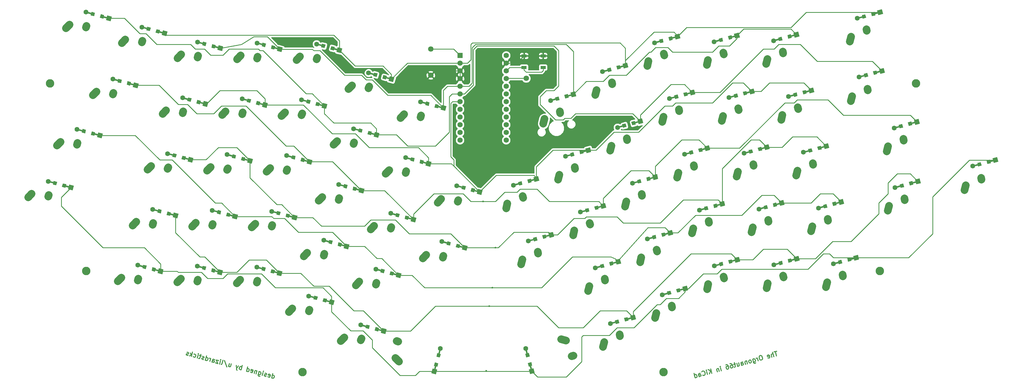
<source format=gbl>
G04 #@! TF.FileFunction,Copper,L2,Bot,Signal*
%FSLAX46Y46*%
G04 Gerber Fmt 4.6, Leading zero omitted, Abs format (unit mm)*
G04 Created by KiCad (PCBNEW 4.0.7) date 09/07/18 12:57:52*
%MOMM*%
%LPD*%
G01*
G04 APERTURE LIST*
%ADD10C,0.100000*%
%ADD11C,0.300000*%
%ADD12C,2.500000*%
%ADD13C,1.600000*%
%ADD14C,2.800000*%
%ADD15C,1.800000*%
%ADD16R,1.700000X1.000000*%
%ADD17R,1.752600X1.752600*%
%ADD18C,1.752600*%
%ADD19C,0.600000*%
%ADD20C,0.250000*%
%ADD21C,0.254000*%
G04 APERTURE END LIST*
D10*
D11*
X249261094Y-116971383D02*
X248433158Y-117193228D01*
X249235354Y-118531194D02*
X248847126Y-117082305D01*
X248338424Y-118771526D02*
X247950195Y-117322637D01*
X247717471Y-118937909D02*
X247514114Y-118178968D01*
X247546135Y-118022492D01*
X247665637Y-117916522D01*
X247872620Y-117861061D01*
X248029098Y-117893082D01*
X248116579Y-117943590D01*
X246457080Y-119201683D02*
X246613556Y-119233703D01*
X246889535Y-119159754D01*
X247009037Y-119053786D01*
X247041058Y-118897310D01*
X246893161Y-118345352D01*
X246787192Y-118225850D01*
X246630716Y-118193829D01*
X246354737Y-118267777D01*
X246235235Y-118373746D01*
X246203214Y-118530222D01*
X246240188Y-118668212D01*
X246967110Y-118621330D01*
X244017498Y-118376400D02*
X243741519Y-118450348D01*
X243622016Y-118556318D01*
X243521001Y-118731281D01*
X243525955Y-119025747D01*
X243655364Y-119508710D01*
X243798307Y-119766202D01*
X243973270Y-119867217D01*
X244129748Y-119899237D01*
X244405726Y-119825289D01*
X244525228Y-119719321D01*
X244626244Y-119544357D01*
X244621290Y-119249891D01*
X244491881Y-118766928D01*
X244348937Y-118509436D01*
X244173974Y-118408421D01*
X244017498Y-118376400D01*
X243163821Y-120158056D02*
X242905002Y-119192131D01*
X242978950Y-119468110D02*
X242872982Y-119348608D01*
X242785500Y-119298100D01*
X242629023Y-119266079D01*
X242491034Y-119303053D01*
X241387119Y-119598846D02*
X241701399Y-120771756D01*
X241807368Y-120891258D01*
X241894850Y-120941767D01*
X242051326Y-120973787D01*
X242258310Y-120918325D01*
X242377813Y-120812357D01*
X241627451Y-120495778D02*
X241783927Y-120527798D01*
X242059906Y-120453850D01*
X242179409Y-120347881D01*
X242229916Y-120260399D01*
X242261937Y-120103923D01*
X242151015Y-119689955D01*
X242045045Y-119570453D01*
X241957564Y-119519944D01*
X241801087Y-119487924D01*
X241525108Y-119561872D01*
X241405606Y-119667841D01*
X240749006Y-120805104D02*
X240868510Y-120699136D01*
X240919016Y-120611653D01*
X240951038Y-120455177D01*
X240840115Y-120041209D01*
X240734146Y-119921707D01*
X240646665Y-119871199D01*
X240490187Y-119839178D01*
X240283204Y-119894639D01*
X240163702Y-120000608D01*
X240113194Y-120088091D01*
X240081173Y-120244567D01*
X240192095Y-120658535D01*
X240298064Y-120778037D01*
X240385547Y-120828545D01*
X240542023Y-120860565D01*
X240749006Y-120805104D01*
X239386272Y-120134971D02*
X239645091Y-121100897D01*
X239423246Y-120272962D02*
X239335765Y-120222453D01*
X239179288Y-120190433D01*
X238972304Y-120245894D01*
X238852802Y-120351863D01*
X238820781Y-120508339D01*
X239024139Y-121267281D01*
X237713239Y-121618535D02*
X237509882Y-120859594D01*
X237541903Y-120703117D01*
X237661405Y-120597148D01*
X237937383Y-120523200D01*
X238093860Y-120555221D01*
X237694753Y-121549541D02*
X237851229Y-121581561D01*
X238196202Y-121489126D01*
X238315705Y-121383157D01*
X238347726Y-121226681D01*
X238310752Y-121088692D01*
X238204782Y-120969189D01*
X238048306Y-120937169D01*
X237703332Y-121029604D01*
X237546856Y-120997583D01*
X236143521Y-121003864D02*
X236402340Y-121969790D01*
X236764473Y-120837480D02*
X236967831Y-121596423D01*
X236935811Y-121752899D01*
X236816308Y-121858867D01*
X236609324Y-121914328D01*
X236452848Y-121882308D01*
X236365366Y-121831800D01*
X235660558Y-121133273D02*
X235108600Y-121281170D01*
X235324164Y-120705772D02*
X235656932Y-121947677D01*
X235624912Y-122104153D01*
X235505408Y-122210122D01*
X235367419Y-122247096D01*
X233875275Y-121094000D02*
X234151254Y-121020052D01*
X234307730Y-121052073D01*
X234395213Y-121102581D01*
X234588663Y-121272590D01*
X234731607Y-121530083D01*
X234879503Y-122082040D01*
X234847482Y-122238516D01*
X234796975Y-122325998D01*
X234677472Y-122431967D01*
X234401493Y-122505915D01*
X234245017Y-122473895D01*
X234157535Y-122423387D01*
X234051566Y-122303885D01*
X233959131Y-121958911D01*
X233991151Y-121802435D01*
X234041659Y-121714954D01*
X234161161Y-121608984D01*
X234437140Y-121535036D01*
X234593617Y-121567057D01*
X234681098Y-121617564D01*
X234787068Y-121737066D01*
X232495382Y-121463742D02*
X232771360Y-121389794D01*
X232927837Y-121421815D01*
X233015319Y-121472322D01*
X233208769Y-121642332D01*
X233351713Y-121899824D01*
X233499609Y-122451781D01*
X233467588Y-122608258D01*
X233417081Y-122695740D01*
X233297578Y-122801708D01*
X233021600Y-122875656D01*
X232865123Y-122843636D01*
X232777641Y-122793128D01*
X232671673Y-122673626D01*
X232579237Y-122328652D01*
X232611257Y-122172176D01*
X232661766Y-122084695D01*
X232781268Y-121978726D01*
X233057246Y-121904777D01*
X233213724Y-121936798D01*
X233301205Y-121987305D01*
X233407174Y-122106808D01*
X231020754Y-123411781D02*
X230761935Y-122445856D01*
X230632525Y-121962893D02*
X230720008Y-122013401D01*
X230669500Y-122100883D01*
X230582018Y-122050375D01*
X230632525Y-121962893D01*
X230669500Y-122100883D01*
X230071987Y-122630726D02*
X230330807Y-123596652D01*
X230108962Y-122768717D02*
X230021481Y-122718208D01*
X229865003Y-122686188D01*
X229658020Y-122741649D01*
X229538518Y-122847618D01*
X229506497Y-123004094D01*
X229709854Y-123763036D01*
X227915992Y-124243700D02*
X227527763Y-122794811D01*
X227088055Y-124465545D02*
X227487163Y-123471226D01*
X226699827Y-123016656D02*
X227749608Y-123622748D01*
X226467103Y-124631928D02*
X226208284Y-123666003D01*
X226078875Y-123183040D02*
X226166357Y-123233548D01*
X226115849Y-123321030D01*
X226028368Y-123270522D01*
X226078875Y-123183040D01*
X226115849Y-123321030D01*
X224912245Y-124900655D02*
X224999728Y-124951163D01*
X225225199Y-124964696D01*
X225363188Y-124927722D01*
X225551685Y-124803266D01*
X225652701Y-124628303D01*
X225684721Y-124471827D01*
X225679767Y-124177360D01*
X225624306Y-123970376D01*
X225481363Y-123712884D01*
X225375395Y-123593382D01*
X225200430Y-123492367D01*
X224974960Y-123478833D01*
X224836970Y-123515807D01*
X224648473Y-123640263D01*
X224597965Y-123727746D01*
X223707315Y-125371411D02*
X223503957Y-124612470D01*
X223535978Y-124455994D01*
X223655480Y-124350024D01*
X223931459Y-124276076D01*
X224087935Y-124308097D01*
X223688828Y-125302417D02*
X223845304Y-125334437D01*
X224190278Y-125242002D01*
X224309780Y-125136034D01*
X224341801Y-124979557D01*
X224304827Y-124841568D01*
X224198858Y-124722065D01*
X224042381Y-124690045D01*
X223697408Y-124782480D01*
X223540931Y-124750459D01*
X222396416Y-125722666D02*
X222008187Y-124273777D01*
X222377929Y-125653672D02*
X222534405Y-125685692D01*
X222810383Y-125611744D01*
X222929887Y-125505775D01*
X222980394Y-125418293D01*
X223012415Y-125261817D01*
X222901492Y-124847849D01*
X222795523Y-124728347D01*
X222708042Y-124677838D01*
X222551564Y-124645818D01*
X222275586Y-124719766D01*
X222156084Y-124825735D01*
X82645067Y-125787371D02*
X83033295Y-124338482D01*
X82663554Y-125718377D02*
X82783056Y-125824345D01*
X83059035Y-125898293D01*
X83215512Y-125866273D01*
X83302993Y-125815765D01*
X83408962Y-125696263D01*
X83519885Y-125282295D01*
X83487864Y-125125819D01*
X83437357Y-125038337D01*
X83317854Y-124932367D01*
X83041875Y-124858419D01*
X82885399Y-124890440D01*
X81421649Y-125385609D02*
X81541152Y-125491578D01*
X81817130Y-125565526D01*
X81973607Y-125533506D01*
X82079576Y-125414004D01*
X82227472Y-124862046D01*
X82195451Y-124705569D01*
X82075949Y-124599600D01*
X81799971Y-124525652D01*
X81643494Y-124557673D01*
X81537525Y-124677175D01*
X81500551Y-124815164D01*
X82153524Y-125138024D01*
X80800697Y-125219226D02*
X80644221Y-125251246D01*
X80368242Y-125177297D01*
X80248739Y-125071329D01*
X80216719Y-124914853D01*
X80235206Y-124845858D01*
X80341175Y-124726355D01*
X80497651Y-124694334D01*
X80704635Y-124749796D01*
X80861112Y-124717776D01*
X80967081Y-124598274D01*
X80985568Y-124529279D01*
X80953547Y-124372802D01*
X80834045Y-124266833D01*
X80627061Y-124211372D01*
X80470584Y-124243393D01*
X79540305Y-124955452D02*
X79799124Y-123989527D01*
X79928534Y-123506564D02*
X79979042Y-123594046D01*
X79891559Y-123644554D01*
X79841052Y-123557072D01*
X79928534Y-123506564D01*
X79891559Y-123644554D01*
X78488225Y-123638272D02*
X78173944Y-124811182D01*
X78205965Y-124967659D01*
X78256472Y-125055141D01*
X78375975Y-125161109D01*
X78582959Y-125216570D01*
X78739435Y-125184550D01*
X78247892Y-124535204D02*
X78367395Y-124641172D01*
X78643373Y-124715120D01*
X78799851Y-124683101D01*
X78887332Y-124632592D01*
X78993301Y-124513090D01*
X79104223Y-124099123D01*
X79072202Y-123942646D01*
X79021695Y-123855164D01*
X78902192Y-123749195D01*
X78626214Y-123675246D01*
X78469737Y-123707267D01*
X77798277Y-123453401D02*
X77539458Y-124419327D01*
X77761303Y-123591392D02*
X77710796Y-123503910D01*
X77591293Y-123397940D01*
X77384310Y-123342479D01*
X77227833Y-123374500D01*
X77121864Y-123494002D01*
X76918506Y-124252944D01*
X75695089Y-123851182D02*
X75814591Y-123957150D01*
X76090570Y-124031099D01*
X76247046Y-123999079D01*
X76353015Y-123879577D01*
X76500912Y-123327618D01*
X76468891Y-123171142D01*
X76349389Y-123065173D01*
X76073410Y-122991225D01*
X75916934Y-123023246D01*
X75810964Y-123142748D01*
X75773990Y-123280737D01*
X76426963Y-123603597D01*
X74365702Y-123568922D02*
X74753931Y-122120033D01*
X74384189Y-123499928D02*
X74503692Y-123605896D01*
X74779670Y-123679844D01*
X74936147Y-123647824D01*
X75023629Y-123597316D01*
X75129598Y-123477814D01*
X75240520Y-123063846D01*
X75208499Y-122907370D01*
X75157992Y-122819888D01*
X75038489Y-122713918D01*
X74762511Y-122639970D01*
X74606034Y-122671991D01*
X72571840Y-123088258D02*
X72960068Y-121639369D01*
X72812172Y-122191327D02*
X72692670Y-122085358D01*
X72416691Y-122011410D01*
X72260215Y-122043431D01*
X72172732Y-122093939D01*
X72066763Y-122213441D01*
X71955841Y-122627409D01*
X71987862Y-122783885D01*
X72038370Y-122871367D01*
X72157872Y-122977336D01*
X72433851Y-123051284D01*
X72590327Y-123019264D01*
X71657749Y-121808052D02*
X71053956Y-122681542D01*
X70967802Y-121623181D02*
X71053956Y-122681542D01*
X71099511Y-123063490D01*
X71150018Y-123150972D01*
X71269520Y-123256940D01*
X68690977Y-121013108D02*
X68432158Y-121979033D01*
X69311929Y-121179491D02*
X69108571Y-121938434D01*
X69002603Y-122057936D01*
X68846126Y-122089956D01*
X68639142Y-122034495D01*
X68519640Y-121928526D01*
X68469132Y-121841044D01*
X67114006Y-119998974D02*
X67856760Y-122194598D01*
X66017342Y-121331986D02*
X66173820Y-121299966D01*
X66279788Y-121180463D01*
X66612555Y-119938558D01*
X65465385Y-121184089D02*
X65724204Y-120218163D01*
X65853614Y-119735200D02*
X65904122Y-119822683D01*
X65816640Y-119873191D01*
X65766133Y-119785709D01*
X65853614Y-119735200D01*
X65816640Y-119873191D01*
X65172246Y-120070267D02*
X64413305Y-119866909D01*
X64913427Y-121036192D01*
X64154486Y-120832835D01*
X62981576Y-120518554D02*
X63184934Y-119759613D01*
X63290903Y-119640111D01*
X63447379Y-119608090D01*
X63723358Y-119682038D01*
X63842860Y-119788007D01*
X63000063Y-120449560D02*
X63119565Y-120555528D01*
X63464539Y-120647964D01*
X63621015Y-120615944D01*
X63726984Y-120496442D01*
X63763958Y-120358452D01*
X63731937Y-120201975D01*
X63612435Y-120096007D01*
X63267461Y-120003571D01*
X63147959Y-119897602D01*
X62291628Y-120333684D02*
X62550448Y-119367758D01*
X62476499Y-119643737D02*
X62444479Y-119487261D01*
X62393971Y-119399779D01*
X62274469Y-119293809D01*
X62136480Y-119256835D01*
X60773746Y-119926968D02*
X61161974Y-118478079D01*
X60792232Y-119857974D02*
X60911735Y-119963942D01*
X61187713Y-120037890D01*
X61344191Y-120005871D01*
X61431672Y-119955362D01*
X61537641Y-119835860D01*
X61648563Y-119421893D01*
X61616542Y-119265416D01*
X61566035Y-119177934D01*
X61446532Y-119071965D01*
X61170554Y-118998016D01*
X61014077Y-119030037D01*
X60171280Y-119691590D02*
X60014804Y-119723610D01*
X59738825Y-119649662D01*
X59619322Y-119543694D01*
X59587302Y-119387217D01*
X59605789Y-119318222D01*
X59711758Y-119198720D01*
X59868234Y-119166699D01*
X60075219Y-119222160D01*
X60231695Y-119190140D01*
X60337664Y-119070638D01*
X60356151Y-119001643D01*
X60324130Y-118845166D01*
X60204628Y-118739197D01*
X59997644Y-118683736D01*
X59841167Y-118715757D01*
X59376691Y-118517352D02*
X58824733Y-118369456D01*
X59299117Y-117978928D02*
X58966349Y-119220833D01*
X58860381Y-119340336D01*
X58703904Y-119372356D01*
X58565914Y-119335381D01*
X58082952Y-119205972D02*
X58341771Y-118240046D01*
X58471180Y-117757083D02*
X58521688Y-117844565D01*
X58434206Y-117895073D01*
X58383699Y-117807591D01*
X58471180Y-117757083D01*
X58434206Y-117895073D01*
X56790539Y-118785723D02*
X56910041Y-118891692D01*
X57186020Y-118965640D01*
X57342497Y-118933620D01*
X57429978Y-118883112D01*
X57535948Y-118763610D01*
X57646870Y-118349642D01*
X57614849Y-118193166D01*
X57564342Y-118105683D01*
X57444839Y-117999714D01*
X57168860Y-117925766D01*
X57012384Y-117957787D01*
X56151100Y-118688334D02*
X56539328Y-117239445D01*
X56161007Y-118099403D02*
X55599143Y-118540437D01*
X55857962Y-117574512D02*
X56262022Y-118274366D01*
X55065672Y-118323547D02*
X54909195Y-118355567D01*
X54633216Y-118281618D01*
X54513714Y-118175650D01*
X54481694Y-118019174D01*
X54500181Y-117950179D01*
X54606149Y-117830676D01*
X54762626Y-117798655D01*
X54969610Y-117854116D01*
X55126086Y-117822096D01*
X55232055Y-117702594D01*
X55250543Y-117633599D01*
X55218522Y-117477123D01*
X55099019Y-117371154D01*
X54892035Y-117315692D01*
X54735559Y-117347713D01*
D12*
X311666441Y-62228856D02*
X311261017Y-63848896D01*
X316737604Y-59752591D02*
X316849266Y-60321741D01*
X3461950Y-65031596D02*
X2300822Y-66231880D01*
X9091837Y-65422668D02*
X8903965Y-65971398D01*
D10*
G36*
X61176158Y-15135441D02*
X60865575Y-16294552D01*
X59706464Y-15983969D01*
X60017047Y-14824858D01*
X61176158Y-15135441D01*
X61176158Y-15135441D01*
G37*
G36*
X64218824Y-15950721D02*
X63908241Y-17109832D01*
X62749130Y-16799249D01*
X63059713Y-15640138D01*
X64218824Y-15950721D01*
X64218824Y-15950721D01*
G37*
G36*
X66709551Y-16411054D02*
X66295440Y-17956535D01*
X64749959Y-17542424D01*
X65164070Y-15996943D01*
X66709551Y-16411054D01*
X66709551Y-16411054D01*
G37*
D13*
X58195533Y-14957951D03*
D10*
G36*
X65842756Y-16748198D02*
X65713347Y-17231161D01*
X63298532Y-16584114D01*
X63427941Y-16101151D01*
X65842756Y-16748198D01*
X65842756Y-16748198D01*
G37*
G36*
X60626756Y-15350576D02*
X60497347Y-15833539D01*
X58082532Y-15186492D01*
X58211941Y-14703529D01*
X60626756Y-15350576D01*
X60626756Y-15350576D01*
G37*
G36*
X42775271Y-10204938D02*
X42464688Y-11364049D01*
X41305577Y-11053466D01*
X41616160Y-9894355D01*
X42775271Y-10204938D01*
X42775271Y-10204938D01*
G37*
G36*
X45817937Y-11020218D02*
X45507354Y-12179329D01*
X44348243Y-11868746D01*
X44658826Y-10709635D01*
X45817937Y-11020218D01*
X45817937Y-11020218D01*
G37*
G36*
X48308664Y-11480551D02*
X47894553Y-13026032D01*
X46349072Y-12611921D01*
X46763183Y-11066440D01*
X48308664Y-11480551D01*
X48308664Y-11480551D01*
G37*
D13*
X39794646Y-10027448D03*
D10*
G36*
X47441869Y-11817695D02*
X47312460Y-12300658D01*
X44897645Y-11653611D01*
X45027054Y-11170648D01*
X47441869Y-11817695D01*
X47441869Y-11817695D01*
G37*
G36*
X42225869Y-10420073D02*
X42096460Y-10903036D01*
X39681645Y-10255989D01*
X39811054Y-9773026D01*
X42225869Y-10420073D01*
X42225869Y-10420073D01*
G37*
G36*
X24374384Y-5274436D02*
X24063801Y-6433547D01*
X22904690Y-6122964D01*
X23215273Y-4963853D01*
X24374384Y-5274436D01*
X24374384Y-5274436D01*
G37*
G36*
X27417050Y-6089716D02*
X27106467Y-7248827D01*
X25947356Y-6938244D01*
X26257939Y-5779133D01*
X27417050Y-6089716D01*
X27417050Y-6089716D01*
G37*
G36*
X29907777Y-6550049D02*
X29493666Y-8095530D01*
X27948185Y-7681419D01*
X28362296Y-6135938D01*
X29907777Y-6550049D01*
X29907777Y-6550049D01*
G37*
D13*
X21393759Y-5096946D03*
D10*
G36*
X29040982Y-6887193D02*
X28911573Y-7370156D01*
X26496758Y-6723109D01*
X26626167Y-6240146D01*
X29040982Y-6887193D01*
X29040982Y-6887193D01*
G37*
G36*
X23824982Y-5489571D02*
X23695573Y-5972534D01*
X21280758Y-5325487D01*
X21410167Y-4842524D01*
X23824982Y-5489571D01*
X23824982Y-5489571D01*
G37*
G36*
X56245655Y-33536328D02*
X55935072Y-34695439D01*
X54775961Y-34384856D01*
X55086544Y-33225745D01*
X56245655Y-33536328D01*
X56245655Y-33536328D01*
G37*
G36*
X59288321Y-34351608D02*
X58977738Y-35510719D01*
X57818627Y-35200136D01*
X58129210Y-34041025D01*
X59288321Y-34351608D01*
X59288321Y-34351608D01*
G37*
G36*
X61779048Y-34811941D02*
X61364937Y-36357422D01*
X59819456Y-35943311D01*
X60233567Y-34397830D01*
X61779048Y-34811941D01*
X61779048Y-34811941D01*
G37*
D13*
X53265030Y-33358838D03*
D10*
G36*
X60912253Y-35149085D02*
X60782844Y-35632048D01*
X58368029Y-34985001D01*
X58497438Y-34502038D01*
X60912253Y-35149085D01*
X60912253Y-35149085D01*
G37*
G36*
X55696253Y-33751463D02*
X55566844Y-34234426D01*
X53152029Y-33587379D01*
X53281438Y-33104416D01*
X55696253Y-33751463D01*
X55696253Y-33751463D01*
G37*
G36*
X33244546Y-27373200D02*
X32933963Y-28532311D01*
X31774852Y-28221728D01*
X32085435Y-27062617D01*
X33244546Y-27373200D01*
X33244546Y-27373200D01*
G37*
G36*
X36287212Y-28188480D02*
X35976629Y-29347591D01*
X34817518Y-29037008D01*
X35128101Y-27877897D01*
X36287212Y-28188480D01*
X36287212Y-28188480D01*
G37*
G36*
X38777939Y-28648813D02*
X38363828Y-30194294D01*
X36818347Y-29780183D01*
X37232458Y-28234702D01*
X38777939Y-28648813D01*
X38777939Y-28648813D01*
G37*
D13*
X30263921Y-27195710D03*
D10*
G36*
X37911144Y-28985957D02*
X37781735Y-29468920D01*
X35366920Y-28821873D01*
X35496329Y-28338910D01*
X37911144Y-28985957D01*
X37911144Y-28985957D01*
G37*
G36*
X32695144Y-27588335D02*
X32565735Y-28071298D01*
X30150920Y-27424251D01*
X30280329Y-26941288D01*
X32695144Y-27588335D01*
X32695144Y-27588335D01*
G37*
G36*
X51315152Y-51937215D02*
X51004569Y-53096326D01*
X49845458Y-52785743D01*
X50156041Y-51626632D01*
X51315152Y-51937215D01*
X51315152Y-51937215D01*
G37*
G36*
X54357818Y-52752495D02*
X54047235Y-53911606D01*
X52888124Y-53601023D01*
X53198707Y-52441912D01*
X54357818Y-52752495D01*
X54357818Y-52752495D01*
G37*
G36*
X56848545Y-53212828D02*
X56434434Y-54758309D01*
X54888953Y-54344198D01*
X55303064Y-52798717D01*
X56848545Y-53212828D01*
X56848545Y-53212828D01*
G37*
D13*
X48334527Y-51759725D03*
D10*
G36*
X55981750Y-53549972D02*
X55852341Y-54032935D01*
X53437526Y-53385888D01*
X53566935Y-52902925D01*
X55981750Y-53549972D01*
X55981750Y-53549972D01*
G37*
G36*
X50765750Y-52152350D02*
X50636341Y-52635313D01*
X48221526Y-51988266D01*
X48350935Y-51505303D01*
X50765750Y-52152350D01*
X50765750Y-52152350D01*
G37*
G36*
X21413711Y-43925148D02*
X21103128Y-45084259D01*
X19944017Y-44773676D01*
X20254600Y-43614565D01*
X21413711Y-43925148D01*
X21413711Y-43925148D01*
G37*
G36*
X24456377Y-44740428D02*
X24145794Y-45899539D01*
X22986683Y-45588956D01*
X23297266Y-44429845D01*
X24456377Y-44740428D01*
X24456377Y-44740428D01*
G37*
G36*
X26947104Y-45200761D02*
X26532993Y-46746242D01*
X24987512Y-46332131D01*
X25401623Y-44786650D01*
X26947104Y-45200761D01*
X26947104Y-45200761D01*
G37*
D13*
X18433086Y-43747658D03*
D10*
G36*
X26080309Y-45537905D02*
X25950900Y-46020868D01*
X23536085Y-45373821D01*
X23665494Y-44890858D01*
X26080309Y-45537905D01*
X26080309Y-45537905D01*
G37*
G36*
X20864309Y-44140283D02*
X20734900Y-44623246D01*
X18320085Y-43976199D01*
X18449494Y-43493236D01*
X20864309Y-44140283D01*
X20864309Y-44140283D01*
G37*
G36*
X46384650Y-70338102D02*
X46074067Y-71497213D01*
X44914956Y-71186630D01*
X45225539Y-70027519D01*
X46384650Y-70338102D01*
X46384650Y-70338102D01*
G37*
G36*
X49427316Y-71153382D02*
X49116733Y-72312493D01*
X47957622Y-72001910D01*
X48268205Y-70842799D01*
X49427316Y-71153382D01*
X49427316Y-71153382D01*
G37*
G36*
X51918043Y-71613715D02*
X51503932Y-73159196D01*
X49958451Y-72745085D01*
X50372562Y-71199604D01*
X51918043Y-71613715D01*
X51918043Y-71613715D01*
G37*
D13*
X43404025Y-70160612D03*
D10*
G36*
X51051248Y-71950859D02*
X50921839Y-72433822D01*
X48507024Y-71786775D01*
X48636433Y-71303812D01*
X51051248Y-71950859D01*
X51051248Y-71950859D01*
G37*
G36*
X45835248Y-70553237D02*
X45705839Y-71036200D01*
X43291024Y-70389153D01*
X43420433Y-69906190D01*
X45835248Y-70553237D01*
X45835248Y-70553237D01*
G37*
G36*
X11882986Y-61093409D02*
X11572403Y-62252520D01*
X10413292Y-61941937D01*
X10723875Y-60782826D01*
X11882986Y-61093409D01*
X11882986Y-61093409D01*
G37*
G36*
X14925652Y-61908689D02*
X14615069Y-63067800D01*
X13455958Y-62757217D01*
X13766541Y-61598106D01*
X14925652Y-61908689D01*
X14925652Y-61908689D01*
G37*
G36*
X17416379Y-62369022D02*
X17002268Y-63914503D01*
X15456787Y-63500392D01*
X15870898Y-61954911D01*
X17416379Y-62369022D01*
X17416379Y-62369022D01*
G37*
D13*
X8902361Y-60915919D03*
D10*
G36*
X16549584Y-62706166D02*
X16420175Y-63189129D01*
X14005360Y-62542082D01*
X14134769Y-62059119D01*
X16549584Y-62706166D01*
X16549584Y-62706166D01*
G37*
G36*
X11333584Y-61308544D02*
X11204175Y-61791507D01*
X8789360Y-61144460D01*
X8918769Y-60661497D01*
X11333584Y-61308544D01*
X11333584Y-61308544D01*
G37*
G36*
X80809671Y-15465722D02*
X80499088Y-16624833D01*
X79339977Y-16314250D01*
X79650560Y-15155139D01*
X80809671Y-15465722D01*
X80809671Y-15465722D01*
G37*
G36*
X83852337Y-16281002D02*
X83541754Y-17440113D01*
X82382643Y-17129530D01*
X82693226Y-15970419D01*
X83852337Y-16281002D01*
X83852337Y-16281002D01*
G37*
G36*
X86343064Y-16741335D02*
X85928953Y-18286816D01*
X84383472Y-17872705D01*
X84797583Y-16327224D01*
X86343064Y-16741335D01*
X86343064Y-16741335D01*
G37*
D13*
X77829046Y-15288232D03*
D10*
G36*
X85476269Y-17078479D02*
X85346860Y-17561442D01*
X82932045Y-16914395D01*
X83061454Y-16431432D01*
X85476269Y-17078479D01*
X85476269Y-17078479D01*
G37*
G36*
X80260269Y-15680857D02*
X80130860Y-16163820D01*
X77716045Y-15516773D01*
X77845454Y-15033810D01*
X80260269Y-15680857D01*
X80260269Y-15680857D01*
G37*
G36*
X100443183Y-15796003D02*
X100132600Y-16955114D01*
X98973489Y-16644531D01*
X99284072Y-15485420D01*
X100443183Y-15796003D01*
X100443183Y-15796003D01*
G37*
G36*
X103485849Y-16611283D02*
X103175266Y-17770394D01*
X102016155Y-17459811D01*
X102326738Y-16300700D01*
X103485849Y-16611283D01*
X103485849Y-16611283D01*
G37*
G36*
X105976576Y-17071616D02*
X105562465Y-18617097D01*
X104016984Y-18202986D01*
X104431095Y-16657505D01*
X105976576Y-17071616D01*
X105976576Y-17071616D01*
G37*
D13*
X97462558Y-15618513D03*
D10*
G36*
X105109781Y-17408760D02*
X104980372Y-17891723D01*
X102565557Y-17244676D01*
X102694966Y-16761713D01*
X105109781Y-17408760D01*
X105109781Y-17408760D01*
G37*
G36*
X99893781Y-16011138D02*
X99764372Y-16494101D01*
X97349557Y-15847054D01*
X97478966Y-15364091D01*
X99893781Y-16011138D01*
X99893781Y-16011138D01*
G37*
G36*
X95512681Y-34196890D02*
X95202098Y-35356001D01*
X94042987Y-35045418D01*
X94353570Y-33886307D01*
X95512681Y-34196890D01*
X95512681Y-34196890D01*
G37*
G36*
X98555347Y-35012170D02*
X98244764Y-36171281D01*
X97085653Y-35860698D01*
X97396236Y-34701587D01*
X98555347Y-35012170D01*
X98555347Y-35012170D01*
G37*
G36*
X101046074Y-35472503D02*
X100631963Y-37017984D01*
X99086482Y-36603873D01*
X99500593Y-35058392D01*
X101046074Y-35472503D01*
X101046074Y-35472503D01*
G37*
D13*
X92532056Y-34019400D03*
D10*
G36*
X100179279Y-35809647D02*
X100049870Y-36292610D01*
X97635055Y-35645563D01*
X97764464Y-35162600D01*
X100179279Y-35809647D01*
X100179279Y-35809647D01*
G37*
G36*
X94963279Y-34412025D02*
X94833870Y-34894988D01*
X92419055Y-34247941D01*
X92548464Y-33764978D01*
X94963279Y-34412025D01*
X94963279Y-34412025D01*
G37*
G36*
X75879168Y-33866609D02*
X75568585Y-35025720D01*
X74409474Y-34715137D01*
X74720057Y-33556026D01*
X75879168Y-33866609D01*
X75879168Y-33866609D01*
G37*
G36*
X78921834Y-34681889D02*
X78611251Y-35841000D01*
X77452140Y-35530417D01*
X77762723Y-34371306D01*
X78921834Y-34681889D01*
X78921834Y-34681889D01*
G37*
G36*
X81412561Y-35142222D02*
X80998450Y-36687703D01*
X79452969Y-36273592D01*
X79867080Y-34728111D01*
X81412561Y-35142222D01*
X81412561Y-35142222D01*
G37*
D13*
X72898543Y-33689119D03*
D10*
G36*
X80545766Y-35479366D02*
X80416357Y-35962329D01*
X78001542Y-35315282D01*
X78130951Y-34832319D01*
X80545766Y-35479366D01*
X80545766Y-35479366D01*
G37*
G36*
X75329766Y-34081744D02*
X75200357Y-34564707D01*
X72785542Y-33917660D01*
X72914951Y-33434697D01*
X75329766Y-34081744D01*
X75329766Y-34081744D01*
G37*
G36*
X90582178Y-52597777D02*
X90271595Y-53756888D01*
X89112484Y-53446305D01*
X89423067Y-52287194D01*
X90582178Y-52597777D01*
X90582178Y-52597777D01*
G37*
G36*
X93624844Y-53413057D02*
X93314261Y-54572168D01*
X92155150Y-54261585D01*
X92465733Y-53102474D01*
X93624844Y-53413057D01*
X93624844Y-53413057D01*
G37*
G36*
X96115571Y-53873390D02*
X95701460Y-55418871D01*
X94155979Y-55004760D01*
X94570090Y-53459279D01*
X96115571Y-53873390D01*
X96115571Y-53873390D01*
G37*
D13*
X87601553Y-52420287D03*
D10*
G36*
X95248776Y-54210534D02*
X95119367Y-54693497D01*
X92704552Y-54046450D01*
X92833961Y-53563487D01*
X95248776Y-54210534D01*
X95248776Y-54210534D01*
G37*
G36*
X90032776Y-52812912D02*
X89903367Y-53295875D01*
X87488552Y-52648828D01*
X87617961Y-52165865D01*
X90032776Y-52812912D01*
X90032776Y-52812912D01*
G37*
G36*
X70948665Y-52267496D02*
X70638082Y-53426607D01*
X69478971Y-53116024D01*
X69789554Y-51956913D01*
X70948665Y-52267496D01*
X70948665Y-52267496D01*
G37*
G36*
X73991331Y-53082776D02*
X73680748Y-54241887D01*
X72521637Y-53931304D01*
X72832220Y-52772193D01*
X73991331Y-53082776D01*
X73991331Y-53082776D01*
G37*
G36*
X76482058Y-53543109D02*
X76067947Y-55088590D01*
X74522466Y-54674479D01*
X74936577Y-53128998D01*
X76482058Y-53543109D01*
X76482058Y-53543109D01*
G37*
D13*
X67968040Y-52090006D03*
D10*
G36*
X75615263Y-53880253D02*
X75485854Y-54363216D01*
X73071039Y-53716169D01*
X73200448Y-53233206D01*
X75615263Y-53880253D01*
X75615263Y-53880253D01*
G37*
G36*
X70399263Y-52482631D02*
X70269854Y-52965594D01*
X67855039Y-52318547D01*
X67984448Y-51835584D01*
X70399263Y-52482631D01*
X70399263Y-52482631D01*
G37*
G36*
X66018162Y-70668383D02*
X65707579Y-71827494D01*
X64548468Y-71516911D01*
X64859051Y-70357800D01*
X66018162Y-70668383D01*
X66018162Y-70668383D01*
G37*
G36*
X69060828Y-71483663D02*
X68750245Y-72642774D01*
X67591134Y-72332191D01*
X67901717Y-71173080D01*
X69060828Y-71483663D01*
X69060828Y-71483663D01*
G37*
G36*
X71551555Y-71943996D02*
X71137444Y-73489477D01*
X69591963Y-73075366D01*
X70006074Y-71529885D01*
X71551555Y-71943996D01*
X71551555Y-71943996D01*
G37*
D13*
X63037537Y-70490893D03*
D10*
G36*
X70684760Y-72281140D02*
X70555351Y-72764103D01*
X68140536Y-72117056D01*
X68269945Y-71634093D01*
X70684760Y-72281140D01*
X70684760Y-72281140D01*
G37*
G36*
X65468760Y-70883518D02*
X65339351Y-71366481D01*
X62924536Y-70719434D01*
X63053945Y-70236471D01*
X65468760Y-70883518D01*
X65468760Y-70883518D01*
G37*
G36*
X61087659Y-89069270D02*
X60777076Y-90228381D01*
X59617965Y-89917798D01*
X59928548Y-88758687D01*
X61087659Y-89069270D01*
X61087659Y-89069270D01*
G37*
G36*
X64130325Y-89884550D02*
X63819742Y-91043661D01*
X62660631Y-90733078D01*
X62971214Y-89573967D01*
X64130325Y-89884550D01*
X64130325Y-89884550D01*
G37*
G36*
X66621052Y-90344883D02*
X66206941Y-91890364D01*
X64661460Y-91476253D01*
X65075571Y-89930772D01*
X66621052Y-90344883D01*
X66621052Y-90344883D01*
G37*
D13*
X58107034Y-88891780D03*
D10*
G36*
X65754257Y-90682027D02*
X65624848Y-91164990D01*
X63210033Y-90517943D01*
X63339442Y-90034980D01*
X65754257Y-90682027D01*
X65754257Y-90682027D01*
G37*
G36*
X60538257Y-89284405D02*
X60408848Y-89767368D01*
X57994033Y-89120321D01*
X58123442Y-88637358D01*
X60538257Y-89284405D01*
X60538257Y-89284405D01*
G37*
G36*
X41454147Y-88738989D02*
X41143564Y-89898100D01*
X39984453Y-89587517D01*
X40295036Y-88428406D01*
X41454147Y-88738989D01*
X41454147Y-88738989D01*
G37*
G36*
X44496813Y-89554269D02*
X44186230Y-90713380D01*
X43027119Y-90402797D01*
X43337702Y-89243686D01*
X44496813Y-89554269D01*
X44496813Y-89554269D01*
G37*
G36*
X46987540Y-90014602D02*
X46573429Y-91560083D01*
X45027948Y-91145972D01*
X45442059Y-89600491D01*
X46987540Y-90014602D01*
X46987540Y-90014602D01*
G37*
D13*
X38473522Y-88561499D03*
D10*
G36*
X46120745Y-90351746D02*
X45991336Y-90834709D01*
X43576521Y-90187662D01*
X43705930Y-89704699D01*
X46120745Y-90351746D01*
X46120745Y-90351746D01*
G37*
G36*
X40904745Y-88954124D02*
X40775336Y-89437087D01*
X38360521Y-88790040D01*
X38489930Y-88307077D01*
X40904745Y-88954124D01*
X40904745Y-88954124D01*
G37*
G36*
X134779706Y-34857452D02*
X134469123Y-36016563D01*
X133310012Y-35705980D01*
X133620595Y-34546869D01*
X134779706Y-34857452D01*
X134779706Y-34857452D01*
G37*
G36*
X137822372Y-35672732D02*
X137511789Y-36831843D01*
X136352678Y-36521260D01*
X136663261Y-35362149D01*
X137822372Y-35672732D01*
X137822372Y-35672732D01*
G37*
G36*
X140313099Y-36133065D02*
X139898988Y-37678546D01*
X138353507Y-37264435D01*
X138767618Y-35718954D01*
X140313099Y-36133065D01*
X140313099Y-36133065D01*
G37*
D13*
X131799081Y-34679962D03*
D10*
G36*
X139446304Y-36470209D02*
X139316895Y-36953172D01*
X136902080Y-36306125D01*
X137031489Y-35823162D01*
X139446304Y-36470209D01*
X139446304Y-36470209D01*
G37*
G36*
X134230304Y-35072587D02*
X134100895Y-35555550D01*
X131686080Y-34908503D01*
X131815489Y-34425540D01*
X134230304Y-35072587D01*
X134230304Y-35072587D01*
G37*
G36*
X117611445Y-25326728D02*
X117300862Y-26485839D01*
X116141751Y-26175256D01*
X116452334Y-25016145D01*
X117611445Y-25326728D01*
X117611445Y-25326728D01*
G37*
G36*
X120654111Y-26142008D02*
X120343528Y-27301119D01*
X119184417Y-26990536D01*
X119495000Y-25831425D01*
X120654111Y-26142008D01*
X120654111Y-26142008D01*
G37*
G36*
X123144838Y-26602341D02*
X122730727Y-28147822D01*
X121185246Y-27733711D01*
X121599357Y-26188230D01*
X123144838Y-26602341D01*
X123144838Y-26602341D01*
G37*
D13*
X114630820Y-25149238D03*
D10*
G36*
X122278043Y-26939485D02*
X122148634Y-27422448D01*
X119733819Y-26775401D01*
X119863228Y-26292438D01*
X122278043Y-26939485D01*
X122278043Y-26939485D01*
G37*
G36*
X117062043Y-25541863D02*
X116932634Y-26024826D01*
X114517819Y-25377779D01*
X114647228Y-24894816D01*
X117062043Y-25541863D01*
X117062043Y-25541863D01*
G37*
G36*
X112680942Y-43727615D02*
X112370359Y-44886726D01*
X111211248Y-44576143D01*
X111521831Y-43417032D01*
X112680942Y-43727615D01*
X112680942Y-43727615D01*
G37*
G36*
X115723608Y-44542895D02*
X115413025Y-45702006D01*
X114253914Y-45391423D01*
X114564497Y-44232312D01*
X115723608Y-44542895D01*
X115723608Y-44542895D01*
G37*
G36*
X118214335Y-45003228D02*
X117800224Y-46548709D01*
X116254743Y-46134598D01*
X116668854Y-44589117D01*
X118214335Y-45003228D01*
X118214335Y-45003228D01*
G37*
D13*
X109700317Y-43550125D03*
D10*
G36*
X117347540Y-45340372D02*
X117218131Y-45823335D01*
X114803316Y-45176288D01*
X114932725Y-44693325D01*
X117347540Y-45340372D01*
X117347540Y-45340372D01*
G37*
G36*
X112131540Y-43942750D02*
X112002131Y-44425713D01*
X109587316Y-43778666D01*
X109716725Y-43295703D01*
X112131540Y-43942750D01*
X112131540Y-43942750D01*
G37*
G36*
X129849203Y-53258339D02*
X129538620Y-54417450D01*
X128379509Y-54106867D01*
X128690092Y-52947756D01*
X129849203Y-53258339D01*
X129849203Y-53258339D01*
G37*
G36*
X132891869Y-54073619D02*
X132581286Y-55232730D01*
X131422175Y-54922147D01*
X131732758Y-53763036D01*
X132891869Y-54073619D01*
X132891869Y-54073619D01*
G37*
G36*
X135382596Y-54533952D02*
X134968485Y-56079433D01*
X133423004Y-55665322D01*
X133837115Y-54119841D01*
X135382596Y-54533952D01*
X135382596Y-54533952D01*
G37*
D13*
X126868578Y-53080849D03*
D10*
G36*
X134515801Y-54871096D02*
X134386392Y-55354059D01*
X131971577Y-54707012D01*
X132100986Y-54224049D01*
X134515801Y-54871096D01*
X134515801Y-54871096D01*
G37*
G36*
X129299801Y-53473474D02*
X129170392Y-53956437D01*
X126755577Y-53309390D01*
X126884986Y-52826427D01*
X129299801Y-53473474D01*
X129299801Y-53473474D01*
G37*
G36*
X107750439Y-62128502D02*
X107439856Y-63287613D01*
X106280745Y-62977030D01*
X106591328Y-61817919D01*
X107750439Y-62128502D01*
X107750439Y-62128502D01*
G37*
G36*
X110793105Y-62943782D02*
X110482522Y-64102893D01*
X109323411Y-63792310D01*
X109633994Y-62633199D01*
X110793105Y-62943782D01*
X110793105Y-62943782D01*
G37*
G36*
X113283832Y-63404115D02*
X112869721Y-64949596D01*
X111324240Y-64535485D01*
X111738351Y-62990004D01*
X113283832Y-63404115D01*
X113283832Y-63404115D01*
G37*
D13*
X104769814Y-61951012D03*
D10*
G36*
X112417037Y-63741259D02*
X112287628Y-64224222D01*
X109872813Y-63577175D01*
X110002222Y-63094212D01*
X112417037Y-63741259D01*
X112417037Y-63741259D01*
G37*
G36*
X107201037Y-62343637D02*
X107071628Y-62826600D01*
X104656813Y-62179553D01*
X104786222Y-61696590D01*
X107201037Y-62343637D01*
X107201037Y-62343637D01*
G37*
G36*
X85651675Y-70998664D02*
X85341092Y-72157775D01*
X84181981Y-71847192D01*
X84492564Y-70688081D01*
X85651675Y-70998664D01*
X85651675Y-70998664D01*
G37*
G36*
X88694341Y-71813944D02*
X88383758Y-72973055D01*
X87224647Y-72662472D01*
X87535230Y-71503361D01*
X88694341Y-71813944D01*
X88694341Y-71813944D01*
G37*
G36*
X91185068Y-72274277D02*
X90770957Y-73819758D01*
X89225476Y-73405647D01*
X89639587Y-71860166D01*
X91185068Y-72274277D01*
X91185068Y-72274277D01*
G37*
D13*
X82671050Y-70821174D03*
D10*
G36*
X90318273Y-72611421D02*
X90188864Y-73094384D01*
X87774049Y-72447337D01*
X87903458Y-71964374D01*
X90318273Y-72611421D01*
X90318273Y-72611421D01*
G37*
G36*
X85102273Y-71213799D02*
X84972864Y-71696762D01*
X82558049Y-71049715D01*
X82687458Y-70566752D01*
X85102273Y-71213799D01*
X85102273Y-71213799D01*
G37*
G36*
X102819936Y-80529389D02*
X102509353Y-81688500D01*
X101350242Y-81377917D01*
X101660825Y-80218806D01*
X102819936Y-80529389D01*
X102819936Y-80529389D01*
G37*
G36*
X105862602Y-81344669D02*
X105552019Y-82503780D01*
X104392908Y-82193197D01*
X104703491Y-81034086D01*
X105862602Y-81344669D01*
X105862602Y-81344669D01*
G37*
G36*
X108353329Y-81805002D02*
X107939218Y-83350483D01*
X106393737Y-82936372D01*
X106807848Y-81390891D01*
X108353329Y-81805002D01*
X108353329Y-81805002D01*
G37*
D13*
X99839311Y-80351899D03*
D10*
G36*
X107486534Y-82142146D02*
X107357125Y-82625109D01*
X104942310Y-81978062D01*
X105071719Y-81495099D01*
X107486534Y-82142146D01*
X107486534Y-82142146D01*
G37*
G36*
X102270534Y-80744524D02*
X102141125Y-81227487D01*
X99726310Y-80580440D01*
X99855719Y-80097477D01*
X102270534Y-80744524D01*
X102270534Y-80744524D01*
G37*
G36*
X80721172Y-89399551D02*
X80410589Y-90558662D01*
X79251478Y-90248079D01*
X79562061Y-89088968D01*
X80721172Y-89399551D01*
X80721172Y-89399551D01*
G37*
G36*
X83763838Y-90214831D02*
X83453255Y-91373942D01*
X82294144Y-91063359D01*
X82604727Y-89904248D01*
X83763838Y-90214831D01*
X83763838Y-90214831D01*
G37*
G36*
X86254565Y-90675164D02*
X85840454Y-92220645D01*
X84294973Y-91806534D01*
X84709084Y-90261053D01*
X86254565Y-90675164D01*
X86254565Y-90675164D01*
G37*
D13*
X77740547Y-89222061D03*
D10*
G36*
X85387770Y-91012308D02*
X85258361Y-91495271D01*
X82843546Y-90848224D01*
X82972955Y-90365261D01*
X85387770Y-91012308D01*
X85387770Y-91012308D01*
G37*
G36*
X80171770Y-89614686D02*
X80042361Y-90097649D01*
X77627546Y-89450602D01*
X77756955Y-88967639D01*
X80171770Y-89614686D01*
X80171770Y-89614686D01*
G37*
G36*
X97889433Y-98930276D02*
X97578850Y-100089387D01*
X96419739Y-99778804D01*
X96730322Y-98619693D01*
X97889433Y-98930276D01*
X97889433Y-98930276D01*
G37*
G36*
X100932099Y-99745556D02*
X100621516Y-100904667D01*
X99462405Y-100594084D01*
X99772988Y-99434973D01*
X100932099Y-99745556D01*
X100932099Y-99745556D01*
G37*
G36*
X103422826Y-100205889D02*
X103008715Y-101751370D01*
X101463234Y-101337259D01*
X101877345Y-99791778D01*
X103422826Y-100205889D01*
X103422826Y-100205889D01*
G37*
D13*
X94908808Y-98752786D03*
D10*
G36*
X102556031Y-100543033D02*
X102426622Y-101025996D01*
X100011807Y-100378949D01*
X100141216Y-99895986D01*
X102556031Y-100543033D01*
X102556031Y-100543033D01*
G37*
G36*
X97340031Y-99145411D02*
X97210622Y-99628374D01*
X94795807Y-98981327D01*
X94925216Y-98498364D01*
X97340031Y-99145411D01*
X97340031Y-99145411D01*
G37*
G36*
X146737490Y-62567526D02*
X146426907Y-63726637D01*
X145267796Y-63416054D01*
X145578379Y-62256943D01*
X146737490Y-62567526D01*
X146737490Y-62567526D01*
G37*
G36*
X149780156Y-63382806D02*
X149469573Y-64541917D01*
X148310462Y-64231334D01*
X148621045Y-63072223D01*
X149780156Y-63382806D01*
X149780156Y-63382806D01*
G37*
G36*
X152270883Y-63843139D02*
X151856772Y-65388620D01*
X150311291Y-64974509D01*
X150725402Y-63429028D01*
X152270883Y-63843139D01*
X152270883Y-63843139D01*
G37*
D13*
X143756865Y-62390036D03*
D10*
G36*
X151404088Y-64180283D02*
X151274679Y-64663246D01*
X148859864Y-64016199D01*
X148989273Y-63533236D01*
X151404088Y-64180283D01*
X151404088Y-64180283D01*
G37*
G36*
X146188088Y-62782661D02*
X146058679Y-63265624D01*
X143643864Y-62618577D01*
X143773273Y-62135614D01*
X146188088Y-62782661D01*
X146188088Y-62782661D01*
G37*
G36*
X124918700Y-71659226D02*
X124608117Y-72818337D01*
X123449006Y-72507754D01*
X123759589Y-71348643D01*
X124918700Y-71659226D01*
X124918700Y-71659226D01*
G37*
G36*
X127961366Y-72474506D02*
X127650783Y-73633617D01*
X126491672Y-73323034D01*
X126802255Y-72163923D01*
X127961366Y-72474506D01*
X127961366Y-72474506D01*
G37*
G36*
X130452093Y-72934839D02*
X130037982Y-74480320D01*
X128492501Y-74066209D01*
X128906612Y-72520728D01*
X130452093Y-72934839D01*
X130452093Y-72934839D01*
G37*
D13*
X121938075Y-71481736D03*
D10*
G36*
X129585298Y-73271983D02*
X129455889Y-73754946D01*
X127041074Y-73107899D01*
X127170483Y-72624936D01*
X129585298Y-73271983D01*
X129585298Y-73271983D01*
G37*
G36*
X124369298Y-71874361D02*
X124239889Y-72357324D01*
X121825074Y-71710277D01*
X121954483Y-71227314D01*
X124369298Y-71874361D01*
X124369298Y-71874361D01*
G37*
G36*
X141806987Y-80968413D02*
X141496404Y-82127524D01*
X140337293Y-81816941D01*
X140647876Y-80657830D01*
X141806987Y-80968413D01*
X141806987Y-80968413D01*
G37*
G36*
X144849653Y-81783693D02*
X144539070Y-82942804D01*
X143379959Y-82632221D01*
X143690542Y-81473110D01*
X144849653Y-81783693D01*
X144849653Y-81783693D01*
G37*
G36*
X147340380Y-82244026D02*
X146926269Y-83789507D01*
X145380788Y-83375396D01*
X145794899Y-81829915D01*
X147340380Y-82244026D01*
X147340380Y-82244026D01*
G37*
D13*
X138826362Y-80790923D03*
D10*
G36*
X146473585Y-82581170D02*
X146344176Y-83064133D01*
X143929361Y-82417086D01*
X144058770Y-81934123D01*
X146473585Y-82581170D01*
X146473585Y-82581170D01*
G37*
G36*
X141257585Y-81183548D02*
X141128176Y-81666511D01*
X138713361Y-81019464D01*
X138842770Y-80536501D01*
X141257585Y-81183548D01*
X141257585Y-81183548D01*
G37*
G36*
X119988198Y-90060113D02*
X119677615Y-91219224D01*
X118518504Y-90908641D01*
X118829087Y-89749530D01*
X119988198Y-90060113D01*
X119988198Y-90060113D01*
G37*
G36*
X123030864Y-90875393D02*
X122720281Y-92034504D01*
X121561170Y-91723921D01*
X121871753Y-90564810D01*
X123030864Y-90875393D01*
X123030864Y-90875393D01*
G37*
G36*
X125521591Y-91335726D02*
X125107480Y-92881207D01*
X123561999Y-92467096D01*
X123976110Y-90921615D01*
X125521591Y-91335726D01*
X125521591Y-91335726D01*
G37*
D13*
X117007573Y-89882623D03*
D10*
G36*
X124654796Y-91672870D02*
X124525387Y-92155833D01*
X122110572Y-91508786D01*
X122239981Y-91025823D01*
X124654796Y-91672870D01*
X124654796Y-91672870D01*
G37*
G36*
X119438796Y-90275248D02*
X119309387Y-90758211D01*
X116894572Y-90111164D01*
X117023981Y-89628201D01*
X119438796Y-90275248D01*
X119438796Y-90275248D01*
G37*
G36*
X115057695Y-108461000D02*
X114747112Y-109620111D01*
X113588001Y-109309528D01*
X113898584Y-108150417D01*
X115057695Y-108461000D01*
X115057695Y-108461000D01*
G37*
G36*
X118100361Y-109276280D02*
X117789778Y-110435391D01*
X116630667Y-110124808D01*
X116941250Y-108965697D01*
X118100361Y-109276280D01*
X118100361Y-109276280D01*
G37*
G36*
X120591088Y-109736613D02*
X120176977Y-111282094D01*
X118631496Y-110867983D01*
X119045607Y-109322502D01*
X120591088Y-109736613D01*
X120591088Y-109736613D01*
G37*
D13*
X112077070Y-108283510D03*
D10*
G36*
X119724293Y-110073757D02*
X119594884Y-110556720D01*
X117180069Y-109909673D01*
X117309478Y-109426710D01*
X119724293Y-110073757D01*
X119724293Y-110073757D01*
G37*
G36*
X114508293Y-108676135D02*
X114378884Y-109159098D01*
X111964069Y-108512051D01*
X112093478Y-108029088D01*
X114508293Y-108676135D01*
X114508293Y-108676135D01*
G37*
G36*
X138164593Y-119048231D02*
X137005482Y-118737648D01*
X137316065Y-117578537D01*
X138475176Y-117889120D01*
X138164593Y-119048231D01*
X138164593Y-119048231D01*
G37*
G36*
X137349313Y-122090897D02*
X136190202Y-121780314D01*
X136500785Y-120621203D01*
X137659896Y-120931786D01*
X137349313Y-122090897D01*
X137349313Y-122090897D01*
G37*
G36*
X136888980Y-124581624D02*
X135343499Y-124167513D01*
X135757610Y-122622032D01*
X137303091Y-123036143D01*
X136888980Y-124581624D01*
X136888980Y-124581624D01*
G37*
D13*
X138342083Y-116067606D03*
D10*
G36*
X136551836Y-123714829D02*
X136068873Y-123585420D01*
X136715920Y-121170605D01*
X137198883Y-121300014D01*
X136551836Y-123714829D01*
X136551836Y-123714829D01*
G37*
G36*
X137949458Y-118498829D02*
X137466495Y-118369420D01*
X138113542Y-115954605D01*
X138596505Y-116084014D01*
X137949458Y-118498829D01*
X137949458Y-118498829D01*
G37*
G36*
X165108479Y-60844982D02*
X165419062Y-62004093D01*
X164259951Y-62314676D01*
X163949368Y-61155565D01*
X165108479Y-60844982D01*
X165108479Y-60844982D01*
G37*
G36*
X168151145Y-60029702D02*
X168461728Y-61188813D01*
X167302617Y-61499396D01*
X166992034Y-60340285D01*
X168151145Y-60029702D01*
X168151145Y-60029702D01*
G37*
G36*
X170538344Y-59182999D02*
X170952455Y-60728480D01*
X169406974Y-61142591D01*
X168992863Y-59597110D01*
X170538344Y-59182999D01*
X170538344Y-59182999D01*
G37*
D13*
X162438437Y-62181583D03*
D10*
G36*
X169956251Y-59908373D02*
X170085660Y-60391336D01*
X167670845Y-61038383D01*
X167541436Y-60555420D01*
X169956251Y-59908373D01*
X169956251Y-59908373D01*
G37*
G36*
X164740251Y-61305995D02*
X164869660Y-61788958D01*
X162454845Y-62436005D01*
X162325436Y-61953042D01*
X164740251Y-61305995D01*
X164740251Y-61305995D01*
G37*
G36*
X187207243Y-69715144D02*
X187517826Y-70874255D01*
X186358715Y-71184838D01*
X186048132Y-70025727D01*
X187207243Y-69715144D01*
X187207243Y-69715144D01*
G37*
G36*
X190249909Y-68899864D02*
X190560492Y-70058975D01*
X189401381Y-70369558D01*
X189090798Y-69210447D01*
X190249909Y-68899864D01*
X190249909Y-68899864D01*
G37*
G36*
X192637108Y-68053161D02*
X193051219Y-69598642D01*
X191505738Y-70012753D01*
X191091627Y-68467272D01*
X192637108Y-68053161D01*
X192637108Y-68053161D01*
G37*
D13*
X184537201Y-71051745D03*
D10*
G36*
X192055015Y-68778535D02*
X192184424Y-69261498D01*
X189769609Y-69908545D01*
X189640200Y-69425582D01*
X192055015Y-68778535D01*
X192055015Y-68778535D01*
G37*
G36*
X186839015Y-70176157D02*
X186968424Y-70659120D01*
X184553609Y-71306167D01*
X184424200Y-70823204D01*
X186839015Y-70176157D01*
X186839015Y-70176157D01*
G37*
G36*
X170038982Y-79245869D02*
X170349565Y-80404980D01*
X169190454Y-80715563D01*
X168879871Y-79556452D01*
X170038982Y-79245869D01*
X170038982Y-79245869D01*
G37*
G36*
X173081648Y-78430589D02*
X173392231Y-79589700D01*
X172233120Y-79900283D01*
X171922537Y-78741172D01*
X173081648Y-78430589D01*
X173081648Y-78430589D01*
G37*
G36*
X175468847Y-77583886D02*
X175882958Y-79129367D01*
X174337477Y-79543478D01*
X173923366Y-77997997D01*
X175468847Y-77583886D01*
X175468847Y-77583886D01*
G37*
D13*
X167368940Y-80582470D03*
D10*
G36*
X174886754Y-78309260D02*
X175016163Y-78792223D01*
X172601348Y-79439270D01*
X172471939Y-78956307D01*
X174886754Y-78309260D01*
X174886754Y-78309260D01*
G37*
G36*
X169670754Y-79706882D02*
X169800163Y-80189845D01*
X167385348Y-80836892D01*
X167255939Y-80353929D01*
X169670754Y-79706882D01*
X169670754Y-79706882D01*
G37*
G36*
X192137746Y-88116031D02*
X192448329Y-89275142D01*
X191289218Y-89585725D01*
X190978635Y-88426614D01*
X192137746Y-88116031D01*
X192137746Y-88116031D01*
G37*
G36*
X195180412Y-87300751D02*
X195490995Y-88459862D01*
X194331884Y-88770445D01*
X194021301Y-87611334D01*
X195180412Y-87300751D01*
X195180412Y-87300751D01*
G37*
G36*
X197567611Y-86454048D02*
X197981722Y-87999529D01*
X196436241Y-88413640D01*
X196022130Y-86868159D01*
X197567611Y-86454048D01*
X197567611Y-86454048D01*
G37*
D13*
X189467704Y-89452632D03*
D10*
G36*
X196985518Y-87179422D02*
X197114927Y-87662385D01*
X194700112Y-88309432D01*
X194570703Y-87826469D01*
X196985518Y-87179422D01*
X196985518Y-87179422D01*
G37*
G36*
X191769518Y-88577044D02*
X191898927Y-89060007D01*
X189484112Y-89707054D01*
X189354703Y-89224091D01*
X191769518Y-88577044D01*
X191769518Y-88577044D01*
G37*
G36*
X197068249Y-106516918D02*
X197378832Y-107676029D01*
X196219721Y-107986612D01*
X195909138Y-106827501D01*
X197068249Y-106516918D01*
X197068249Y-106516918D01*
G37*
G36*
X200110915Y-105701638D02*
X200421498Y-106860749D01*
X199262387Y-107171332D01*
X198951804Y-106012221D01*
X200110915Y-105701638D01*
X200110915Y-105701638D01*
G37*
G36*
X202498114Y-104854935D02*
X202912225Y-106400416D01*
X201366744Y-106814527D01*
X200952633Y-105269046D01*
X202498114Y-104854935D01*
X202498114Y-104854935D01*
G37*
D13*
X194398207Y-107853519D03*
D10*
G36*
X201916021Y-105580309D02*
X202045430Y-106063272D01*
X199630615Y-106710319D01*
X199501206Y-106227356D01*
X201916021Y-105580309D01*
X201916021Y-105580309D01*
G37*
G36*
X196700021Y-106977931D02*
X196829430Y-107460894D01*
X194414615Y-108107941D01*
X194285206Y-107624978D01*
X196700021Y-106977931D01*
X196700021Y-106977931D01*
G37*
G36*
X167816811Y-118696420D02*
X166657700Y-119007003D01*
X166347117Y-117847892D01*
X167506228Y-117537309D01*
X167816811Y-118696420D01*
X167816811Y-118696420D01*
G37*
G36*
X168632091Y-121739086D02*
X167472980Y-122049669D01*
X167162397Y-120890558D01*
X168321508Y-120579975D01*
X168632091Y-121739086D01*
X168632091Y-121739086D01*
G37*
G36*
X169478794Y-124126285D02*
X167933313Y-124540396D01*
X167519202Y-122994915D01*
X169064683Y-122580804D01*
X169478794Y-124126285D01*
X169478794Y-124126285D01*
G37*
D13*
X166480210Y-116026378D03*
D10*
G36*
X168753420Y-123544192D02*
X168270457Y-123673601D01*
X167623410Y-121258786D01*
X168106373Y-121129377D01*
X168753420Y-123544192D01*
X168753420Y-123544192D01*
G37*
G36*
X167355798Y-118328192D02*
X166872835Y-118457601D01*
X166225788Y-116042786D01*
X166708751Y-115913377D01*
X167355798Y-118328192D01*
X167355798Y-118328192D01*
G37*
G36*
X177346237Y-32913370D02*
X177656820Y-34072481D01*
X176497709Y-34383064D01*
X176187126Y-33223953D01*
X177346237Y-32913370D01*
X177346237Y-32913370D01*
G37*
G36*
X180388903Y-32098090D02*
X180699486Y-33257201D01*
X179540375Y-33567784D01*
X179229792Y-32408673D01*
X180388903Y-32098090D01*
X180388903Y-32098090D01*
G37*
G36*
X182776102Y-31251387D02*
X183190213Y-32796868D01*
X181644732Y-33210979D01*
X181230621Y-31665498D01*
X182776102Y-31251387D01*
X182776102Y-31251387D01*
G37*
D13*
X174676195Y-34249971D03*
D10*
G36*
X182194009Y-31976761D02*
X182323418Y-32459724D01*
X179908603Y-33106771D01*
X179779194Y-32623808D01*
X182194009Y-31976761D01*
X182194009Y-31976761D01*
G37*
G36*
X176978009Y-33374383D02*
X177107418Y-33857346D01*
X174692603Y-34504393D01*
X174563194Y-34021430D01*
X176978009Y-33374383D01*
X176978009Y-33374383D01*
G37*
G36*
X194514499Y-23382645D02*
X194825082Y-24541756D01*
X193665971Y-24852339D01*
X193355388Y-23693228D01*
X194514499Y-23382645D01*
X194514499Y-23382645D01*
G37*
G36*
X197557165Y-22567365D02*
X197867748Y-23726476D01*
X196708637Y-24037059D01*
X196398054Y-22877948D01*
X197557165Y-22567365D01*
X197557165Y-22567365D01*
G37*
G36*
X199944364Y-21720662D02*
X200358475Y-23266143D01*
X198812994Y-23680254D01*
X198398883Y-22134773D01*
X199944364Y-21720662D01*
X199944364Y-21720662D01*
G37*
D13*
X191844457Y-24719246D03*
D10*
G36*
X199362271Y-22446036D02*
X199491680Y-22928999D01*
X197076865Y-23576046D01*
X196947456Y-23093083D01*
X199362271Y-22446036D01*
X199362271Y-22446036D01*
G37*
G36*
X194146271Y-23843658D02*
X194275680Y-24326621D01*
X191860865Y-24973668D01*
X191731456Y-24490705D01*
X194146271Y-23843658D01*
X194146271Y-23843658D01*
G37*
G36*
X199445001Y-41783532D02*
X199755584Y-42942643D01*
X198596473Y-43253226D01*
X198285890Y-42094115D01*
X199445001Y-41783532D01*
X199445001Y-41783532D01*
G37*
G36*
X202487667Y-40968252D02*
X202798250Y-42127363D01*
X201639139Y-42437946D01*
X201328556Y-41278835D01*
X202487667Y-40968252D01*
X202487667Y-40968252D01*
G37*
G36*
X204874866Y-40121549D02*
X205288977Y-41667030D01*
X203743496Y-42081141D01*
X203329385Y-40535660D01*
X204874866Y-40121549D01*
X204874866Y-40121549D01*
G37*
D13*
X196774959Y-43120133D03*
D10*
G36*
X204292773Y-40846923D02*
X204422182Y-41329886D01*
X202007367Y-41976933D01*
X201877958Y-41493970D01*
X204292773Y-40846923D01*
X204292773Y-40846923D01*
G37*
G36*
X199076773Y-42244545D02*
X199206182Y-42727508D01*
X196791367Y-43374555D01*
X196661958Y-42891592D01*
X199076773Y-42244545D01*
X199076773Y-42244545D01*
G37*
G36*
X182276740Y-51314257D02*
X182587323Y-52473368D01*
X181428212Y-52783951D01*
X181117629Y-51624840D01*
X182276740Y-51314257D01*
X182276740Y-51314257D01*
G37*
G36*
X185319406Y-50498977D02*
X185629989Y-51658088D01*
X184470878Y-51968671D01*
X184160295Y-50809560D01*
X185319406Y-50498977D01*
X185319406Y-50498977D01*
G37*
G36*
X187706605Y-49652274D02*
X188120716Y-51197755D01*
X186575235Y-51611866D01*
X186161124Y-50066385D01*
X187706605Y-49652274D01*
X187706605Y-49652274D01*
G37*
D13*
X179606698Y-52650858D03*
D10*
G36*
X187124512Y-50377648D02*
X187253921Y-50860611D01*
X184839106Y-51507658D01*
X184709697Y-51024695D01*
X187124512Y-50377648D01*
X187124512Y-50377648D01*
G37*
G36*
X181908512Y-51775270D02*
X182037921Y-52258233D01*
X179623106Y-52905280D01*
X179493697Y-52422317D01*
X181908512Y-51775270D01*
X181908512Y-51775270D01*
G37*
G36*
X204375504Y-60184419D02*
X204686087Y-61343530D01*
X203526976Y-61654113D01*
X203216393Y-60495002D01*
X204375504Y-60184419D01*
X204375504Y-60184419D01*
G37*
G36*
X207418170Y-59369139D02*
X207728753Y-60528250D01*
X206569642Y-60838833D01*
X206259059Y-59679722D01*
X207418170Y-59369139D01*
X207418170Y-59369139D01*
G37*
G36*
X209805369Y-58522436D02*
X210219480Y-60067917D01*
X208673999Y-60482028D01*
X208259888Y-58936547D01*
X209805369Y-58522436D01*
X209805369Y-58522436D01*
G37*
D13*
X201705462Y-61521020D03*
D10*
G36*
X209223276Y-59247810D02*
X209352685Y-59730773D01*
X206937870Y-60377820D01*
X206808461Y-59894857D01*
X209223276Y-59247810D01*
X209223276Y-59247810D01*
G37*
G36*
X204007276Y-60645432D02*
X204136685Y-61128395D01*
X201721870Y-61775442D01*
X201592461Y-61292479D01*
X204007276Y-60645432D01*
X204007276Y-60645432D01*
G37*
G36*
X226474268Y-69054582D02*
X226784851Y-70213693D01*
X225625740Y-70524276D01*
X225315157Y-69365165D01*
X226474268Y-69054582D01*
X226474268Y-69054582D01*
G37*
G36*
X229516934Y-68239302D02*
X229827517Y-69398413D01*
X228668406Y-69708996D01*
X228357823Y-68549885D01*
X229516934Y-68239302D01*
X229516934Y-68239302D01*
G37*
G36*
X231904133Y-67392599D02*
X232318244Y-68938080D01*
X230772763Y-69352191D01*
X230358652Y-67806710D01*
X231904133Y-67392599D01*
X231904133Y-67392599D01*
G37*
D13*
X223804226Y-70391183D03*
D10*
G36*
X231322040Y-68117973D02*
X231451449Y-68600936D01*
X229036634Y-69247983D01*
X228907225Y-68765020D01*
X231322040Y-68117973D01*
X231322040Y-68117973D01*
G37*
G36*
X226106040Y-69515595D02*
X226235449Y-69998558D01*
X223820634Y-70645605D01*
X223691225Y-70162642D01*
X226106040Y-69515595D01*
X226106040Y-69515595D01*
G37*
G36*
X209306007Y-78585306D02*
X209616590Y-79744417D01*
X208457479Y-80055000D01*
X208146896Y-78895889D01*
X209306007Y-78585306D01*
X209306007Y-78585306D01*
G37*
G36*
X212348673Y-77770026D02*
X212659256Y-78929137D01*
X211500145Y-79239720D01*
X211189562Y-78080609D01*
X212348673Y-77770026D01*
X212348673Y-77770026D01*
G37*
G36*
X214735872Y-76923323D02*
X215149983Y-78468804D01*
X213604502Y-78882915D01*
X213190391Y-77337434D01*
X214735872Y-76923323D01*
X214735872Y-76923323D01*
G37*
D13*
X206635965Y-79921907D03*
D10*
G36*
X214153779Y-77648697D02*
X214283188Y-78131660D01*
X211868373Y-78778707D01*
X211738964Y-78295744D01*
X214153779Y-77648697D01*
X214153779Y-77648697D01*
G37*
G36*
X208937779Y-79046319D02*
X209067188Y-79529282D01*
X206652373Y-80176329D01*
X206522964Y-79693366D01*
X208937779Y-79046319D01*
X208937779Y-79046319D01*
G37*
G36*
X231404771Y-87455469D02*
X231715354Y-88614580D01*
X230556243Y-88925163D01*
X230245660Y-87766052D01*
X231404771Y-87455469D01*
X231404771Y-87455469D01*
G37*
G36*
X234447437Y-86640189D02*
X234758020Y-87799300D01*
X233598909Y-88109883D01*
X233288326Y-86950772D01*
X234447437Y-86640189D01*
X234447437Y-86640189D01*
G37*
G36*
X236834636Y-85793486D02*
X237248747Y-87338967D01*
X235703266Y-87753078D01*
X235289155Y-86207597D01*
X236834636Y-85793486D01*
X236834636Y-85793486D01*
G37*
D13*
X228734729Y-88792070D03*
D10*
G36*
X236252543Y-86518860D02*
X236381952Y-87001823D01*
X233967137Y-87648870D01*
X233837728Y-87165907D01*
X236252543Y-86518860D01*
X236252543Y-86518860D01*
G37*
G36*
X231036543Y-87916482D02*
X231165952Y-88399445D01*
X228751137Y-89046492D01*
X228621728Y-88563529D01*
X231036543Y-87916482D01*
X231036543Y-87916482D01*
G37*
G36*
X214236510Y-96986193D02*
X214547093Y-98145304D01*
X213387982Y-98455887D01*
X213077399Y-97296776D01*
X214236510Y-96986193D01*
X214236510Y-96986193D01*
G37*
G36*
X217279176Y-96170913D02*
X217589759Y-97330024D01*
X216430648Y-97640607D01*
X216120065Y-96481496D01*
X217279176Y-96170913D01*
X217279176Y-96170913D01*
G37*
G36*
X219666375Y-95324210D02*
X220080486Y-96869691D01*
X218535005Y-97283802D01*
X218120894Y-95738321D01*
X219666375Y-95324210D01*
X219666375Y-95324210D01*
G37*
D13*
X211566468Y-98322794D03*
D10*
G36*
X219084282Y-96049584D02*
X219213691Y-96532547D01*
X216798876Y-97179594D01*
X216669467Y-96696631D01*
X219084282Y-96049584D01*
X219084282Y-96049584D01*
G37*
G36*
X213868282Y-97447206D02*
X213997691Y-97930169D01*
X211582876Y-98577216D01*
X211453467Y-98094253D01*
X213868282Y-97447206D01*
X213868282Y-97447206D01*
G37*
G36*
X231316273Y-13521640D02*
X231626856Y-14680751D01*
X230467745Y-14991334D01*
X230157162Y-13832223D01*
X231316273Y-13521640D01*
X231316273Y-13521640D01*
G37*
G36*
X234358939Y-12706360D02*
X234669522Y-13865471D01*
X233510411Y-14176054D01*
X233199828Y-13016943D01*
X234358939Y-12706360D01*
X234358939Y-12706360D01*
G37*
G36*
X236746138Y-11859657D02*
X237160249Y-13405138D01*
X235614768Y-13819249D01*
X235200657Y-12273768D01*
X236746138Y-11859657D01*
X236746138Y-11859657D01*
G37*
D13*
X228646231Y-14858241D03*
D10*
G36*
X236164045Y-12585031D02*
X236293454Y-13067994D01*
X233878639Y-13715041D01*
X233749230Y-13232078D01*
X236164045Y-12585031D01*
X236164045Y-12585031D01*
G37*
G36*
X230948045Y-13982653D02*
X231077454Y-14465616D01*
X228662639Y-15112663D01*
X228533230Y-14629700D01*
X230948045Y-13982653D01*
X230948045Y-13982653D01*
G37*
G36*
X211682760Y-13851921D02*
X211993343Y-15011032D01*
X210834232Y-15321615D01*
X210523649Y-14162504D01*
X211682760Y-13851921D01*
X211682760Y-13851921D01*
G37*
G36*
X214725426Y-13036641D02*
X215036009Y-14195752D01*
X213876898Y-14506335D01*
X213566315Y-13347224D01*
X214725426Y-13036641D01*
X214725426Y-13036641D01*
G37*
G36*
X217112625Y-12189938D02*
X217526736Y-13735419D01*
X215981255Y-14149530D01*
X215567144Y-12604049D01*
X217112625Y-12189938D01*
X217112625Y-12189938D01*
G37*
D13*
X209012718Y-15188522D03*
D10*
G36*
X216530532Y-12915312D02*
X216659941Y-13398275D01*
X214245126Y-14045322D01*
X214115717Y-13562359D01*
X216530532Y-12915312D01*
X216530532Y-12915312D01*
G37*
G36*
X211314532Y-14312934D02*
X211443941Y-14795897D01*
X209029126Y-15442944D01*
X208899717Y-14959981D01*
X211314532Y-14312934D01*
X211314532Y-14312934D01*
G37*
G36*
X216613263Y-32252808D02*
X216923846Y-33411919D01*
X215764735Y-33722502D01*
X215454152Y-32563391D01*
X216613263Y-32252808D01*
X216613263Y-32252808D01*
G37*
G36*
X219655929Y-31437528D02*
X219966512Y-32596639D01*
X218807401Y-32907222D01*
X218496818Y-31748111D01*
X219655929Y-31437528D01*
X219655929Y-31437528D01*
G37*
G36*
X222043128Y-30590825D02*
X222457239Y-32136306D01*
X220911758Y-32550417D01*
X220497647Y-31004936D01*
X222043128Y-30590825D01*
X222043128Y-30590825D01*
G37*
D13*
X213943221Y-33589409D03*
D10*
G36*
X221461035Y-31316199D02*
X221590444Y-31799162D01*
X219175629Y-32446209D01*
X219046220Y-31963246D01*
X221461035Y-31316199D01*
X221461035Y-31316199D01*
G37*
G36*
X216245035Y-32713821D02*
X216374444Y-33196784D01*
X213959629Y-33843831D01*
X213830220Y-33360868D01*
X216245035Y-32713821D01*
X216245035Y-32713821D01*
G37*
G36*
X236246775Y-31922527D02*
X236557358Y-33081638D01*
X235398247Y-33392221D01*
X235087664Y-32233110D01*
X236246775Y-31922527D01*
X236246775Y-31922527D01*
G37*
G36*
X239289441Y-31107247D02*
X239600024Y-32266358D01*
X238440913Y-32576941D01*
X238130330Y-31417830D01*
X239289441Y-31107247D01*
X239289441Y-31107247D01*
G37*
G36*
X241676640Y-30260544D02*
X242090751Y-31806025D01*
X240545270Y-32220136D01*
X240131159Y-30674655D01*
X241676640Y-30260544D01*
X241676640Y-30260544D01*
G37*
D13*
X233576733Y-33259128D03*
D10*
G36*
X241094547Y-30985918D02*
X241223956Y-31468881D01*
X238809141Y-32115928D01*
X238679732Y-31632965D01*
X241094547Y-30985918D01*
X241094547Y-30985918D01*
G37*
G36*
X235878547Y-32383540D02*
X236007956Y-32866503D01*
X233593141Y-33513550D01*
X233463732Y-33030587D01*
X235878547Y-32383540D01*
X235878547Y-32383540D01*
G37*
G36*
X221543766Y-50653695D02*
X221854349Y-51812806D01*
X220695238Y-52123389D01*
X220384655Y-50964278D01*
X221543766Y-50653695D01*
X221543766Y-50653695D01*
G37*
G36*
X224586432Y-49838415D02*
X224897015Y-50997526D01*
X223737904Y-51308109D01*
X223427321Y-50148998D01*
X224586432Y-49838415D01*
X224586432Y-49838415D01*
G37*
G36*
X226973631Y-48991712D02*
X227387742Y-50537193D01*
X225842261Y-50951304D01*
X225428150Y-49405823D01*
X226973631Y-48991712D01*
X226973631Y-48991712D01*
G37*
D13*
X218873724Y-51990296D03*
D10*
G36*
X226391538Y-49717086D02*
X226520947Y-50200049D01*
X224106132Y-50847096D01*
X223976723Y-50364133D01*
X226391538Y-49717086D01*
X226391538Y-49717086D01*
G37*
G36*
X221175538Y-51114708D02*
X221304947Y-51597671D01*
X218890132Y-52244718D01*
X218760723Y-51761755D01*
X221175538Y-51114708D01*
X221175538Y-51114708D01*
G37*
G36*
X241177278Y-50323414D02*
X241487861Y-51482525D01*
X240328750Y-51793108D01*
X240018167Y-50633997D01*
X241177278Y-50323414D01*
X241177278Y-50323414D01*
G37*
G36*
X244219944Y-49508134D02*
X244530527Y-50667245D01*
X243371416Y-50977828D01*
X243060833Y-49818717D01*
X244219944Y-49508134D01*
X244219944Y-49508134D01*
G37*
G36*
X246607143Y-48661431D02*
X247021254Y-50206912D01*
X245475773Y-50621023D01*
X245061662Y-49075542D01*
X246607143Y-48661431D01*
X246607143Y-48661431D01*
G37*
D13*
X238507236Y-51660015D03*
D10*
G36*
X246025050Y-49386805D02*
X246154459Y-49869768D01*
X243739644Y-50516815D01*
X243610235Y-50033852D01*
X246025050Y-49386805D01*
X246025050Y-49386805D01*
G37*
G36*
X240809050Y-50784427D02*
X240938459Y-51267390D01*
X238523644Y-51914437D01*
X238394235Y-51431474D01*
X240809050Y-50784427D01*
X240809050Y-50784427D01*
G37*
G36*
X246107781Y-68724301D02*
X246418364Y-69883412D01*
X245259253Y-70193995D01*
X244948670Y-69034884D01*
X246107781Y-68724301D01*
X246107781Y-68724301D01*
G37*
G36*
X249150447Y-67909021D02*
X249461030Y-69068132D01*
X248301919Y-69378715D01*
X247991336Y-68219604D01*
X249150447Y-67909021D01*
X249150447Y-67909021D01*
G37*
G36*
X251537646Y-67062318D02*
X251951757Y-68607799D01*
X250406276Y-69021910D01*
X249992165Y-67476429D01*
X251537646Y-67062318D01*
X251537646Y-67062318D01*
G37*
D13*
X243437739Y-70060902D03*
D10*
G36*
X250955553Y-67787692D02*
X251084962Y-68270655D01*
X248670147Y-68917702D01*
X248540738Y-68434739D01*
X250955553Y-67787692D01*
X250955553Y-67787692D01*
G37*
G36*
X245739553Y-69185314D02*
X245868962Y-69668277D01*
X243454147Y-70315324D01*
X243324738Y-69832361D01*
X245739553Y-69185314D01*
X245739553Y-69185314D01*
G37*
G36*
X251038284Y-87125188D02*
X251348867Y-88284299D01*
X250189756Y-88594882D01*
X249879173Y-87435771D01*
X251038284Y-87125188D01*
X251038284Y-87125188D01*
G37*
G36*
X254080950Y-86309908D02*
X254391533Y-87469019D01*
X253232422Y-87779602D01*
X252921839Y-86620491D01*
X254080950Y-86309908D01*
X254080950Y-86309908D01*
G37*
G36*
X256468149Y-85463205D02*
X256882260Y-87008686D01*
X255336779Y-87422797D01*
X254922668Y-85877316D01*
X256468149Y-85463205D01*
X256468149Y-85463205D01*
G37*
D13*
X248368242Y-88461789D03*
D10*
G36*
X255886056Y-86188579D02*
X256015465Y-86671542D01*
X253600650Y-87318589D01*
X253471241Y-86835626D01*
X255886056Y-86188579D01*
X255886056Y-86188579D01*
G37*
G36*
X250670056Y-87586201D02*
X250799465Y-88069164D01*
X248384650Y-88716211D01*
X248255241Y-88233248D01*
X250670056Y-87586201D01*
X250670056Y-87586201D01*
G37*
G36*
X270671797Y-86794907D02*
X270982380Y-87954018D01*
X269823269Y-88264601D01*
X269512686Y-87105490D01*
X270671797Y-86794907D01*
X270671797Y-86794907D01*
G37*
G36*
X273714463Y-85979627D02*
X274025046Y-87138738D01*
X272865935Y-87449321D01*
X272555352Y-86290210D01*
X273714463Y-85979627D01*
X273714463Y-85979627D01*
G37*
G36*
X276101662Y-85132924D02*
X276515773Y-86678405D01*
X274970292Y-87092516D01*
X274556181Y-85547035D01*
X276101662Y-85132924D01*
X276101662Y-85132924D01*
G37*
D13*
X268001755Y-88131508D03*
D10*
G36*
X275519569Y-85858298D02*
X275648978Y-86341261D01*
X273234163Y-86988308D01*
X273104754Y-86505345D01*
X275519569Y-85858298D01*
X275519569Y-85858298D01*
G37*
G36*
X270303569Y-87255920D02*
X270432978Y-87738883D01*
X268018163Y-88385930D01*
X267888754Y-87902967D01*
X270303569Y-87255920D01*
X270303569Y-87255920D01*
G37*
G36*
X250949785Y-13191359D02*
X251260368Y-14350470D01*
X250101257Y-14661053D01*
X249790674Y-13501942D01*
X250949785Y-13191359D01*
X250949785Y-13191359D01*
G37*
G36*
X253992451Y-12376079D02*
X254303034Y-13535190D01*
X253143923Y-13845773D01*
X252833340Y-12686662D01*
X253992451Y-12376079D01*
X253992451Y-12376079D01*
G37*
G36*
X256379650Y-11529376D02*
X256793761Y-13074857D01*
X255248280Y-13488968D01*
X254834169Y-11943487D01*
X256379650Y-11529376D01*
X256379650Y-11529376D01*
G37*
D13*
X248279743Y-14527960D03*
D10*
G36*
X255797557Y-12254750D02*
X255926966Y-12737713D01*
X253512151Y-13384760D01*
X253382742Y-12901797D01*
X255797557Y-12254750D01*
X255797557Y-12254750D01*
G37*
G36*
X250581557Y-13652372D02*
X250710966Y-14135335D01*
X248296151Y-14782382D01*
X248166742Y-14299419D01*
X250581557Y-13652372D01*
X250581557Y-13652372D01*
G37*
G36*
X278551116Y-5795605D02*
X278861699Y-6954716D01*
X277702588Y-7265299D01*
X277392005Y-6106188D01*
X278551116Y-5795605D01*
X278551116Y-5795605D01*
G37*
G36*
X281593782Y-4980325D02*
X281904365Y-6139436D01*
X280745254Y-6450019D01*
X280434671Y-5290908D01*
X281593782Y-4980325D01*
X281593782Y-4980325D01*
G37*
G36*
X283980981Y-4133622D02*
X284395092Y-5679103D01*
X282849611Y-6093214D01*
X282435500Y-4547733D01*
X283980981Y-4133622D01*
X283980981Y-4133622D01*
G37*
D13*
X275881074Y-7132206D03*
D10*
G36*
X283398888Y-4858996D02*
X283528297Y-5341959D01*
X281113482Y-5989006D01*
X280984073Y-5506043D01*
X283398888Y-4858996D01*
X283398888Y-4858996D01*
G37*
G36*
X278182888Y-6256618D02*
X278312297Y-6739581D01*
X275897482Y-7386628D01*
X275768073Y-6903665D01*
X278182888Y-6256618D01*
X278182888Y-6256618D01*
G37*
G36*
X279174611Y-25149879D02*
X279485194Y-26308990D01*
X278326083Y-26619573D01*
X278015500Y-25460462D01*
X279174611Y-25149879D01*
X279174611Y-25149879D01*
G37*
G36*
X282217277Y-24334599D02*
X282527860Y-25493710D01*
X281368749Y-25804293D01*
X281058166Y-24645182D01*
X282217277Y-24334599D01*
X282217277Y-24334599D01*
G37*
G36*
X284604476Y-23487896D02*
X285018587Y-25033377D01*
X283473106Y-25447488D01*
X283058995Y-23902007D01*
X284604476Y-23487896D01*
X284604476Y-23487896D01*
G37*
D13*
X276504569Y-26486480D03*
D10*
G36*
X284022383Y-24213270D02*
X284151792Y-24696233D01*
X281736977Y-25343280D01*
X281607568Y-24860317D01*
X284022383Y-24213270D01*
X284022383Y-24213270D01*
G37*
G36*
X278806383Y-25610892D02*
X278935792Y-26093855D01*
X276520977Y-26740902D01*
X276391568Y-26257939D01*
X278806383Y-25610892D01*
X278806383Y-25610892D01*
G37*
G36*
X255880288Y-31592246D02*
X256190871Y-32751357D01*
X255031760Y-33061940D01*
X254721177Y-31902829D01*
X255880288Y-31592246D01*
X255880288Y-31592246D01*
G37*
G36*
X258922954Y-30776966D02*
X259233537Y-31936077D01*
X258074426Y-32246660D01*
X257763843Y-31087549D01*
X258922954Y-30776966D01*
X258922954Y-30776966D01*
G37*
G36*
X261310153Y-29930263D02*
X261724264Y-31475744D01*
X260178783Y-31889855D01*
X259764672Y-30344374D01*
X261310153Y-29930263D01*
X261310153Y-29930263D01*
G37*
D13*
X253210246Y-32928847D03*
D10*
G36*
X260728060Y-30655637D02*
X260857469Y-31138600D01*
X258442654Y-31785647D01*
X258313245Y-31302684D01*
X260728060Y-30655637D01*
X260728060Y-30655637D01*
G37*
G36*
X255512060Y-32053259D02*
X255641469Y-32536222D01*
X253226654Y-33183269D01*
X253097245Y-32700306D01*
X255512060Y-32053259D01*
X255512060Y-32053259D01*
G37*
G36*
X290712232Y-41981066D02*
X291022815Y-43140177D01*
X289863704Y-43450760D01*
X289553121Y-42291649D01*
X290712232Y-41981066D01*
X290712232Y-41981066D01*
G37*
G36*
X293754898Y-41165786D02*
X294065481Y-42324897D01*
X292906370Y-42635480D01*
X292595787Y-41476369D01*
X293754898Y-41165786D01*
X293754898Y-41165786D01*
G37*
G36*
X296142097Y-40319083D02*
X296556208Y-41864564D01*
X295010727Y-42278675D01*
X294596616Y-40733194D01*
X296142097Y-40319083D01*
X296142097Y-40319083D01*
G37*
D13*
X288042190Y-43317667D03*
D10*
G36*
X295560004Y-41044457D02*
X295689413Y-41527420D01*
X293274598Y-42174467D01*
X293145189Y-41691504D01*
X295560004Y-41044457D01*
X295560004Y-41044457D01*
G37*
G36*
X290344004Y-42442079D02*
X290473413Y-42925042D01*
X288058598Y-43572089D01*
X287929189Y-43089126D01*
X290344004Y-42442079D01*
X290344004Y-42442079D01*
G37*
G36*
X260810791Y-49993133D02*
X261121374Y-51152244D01*
X259962263Y-51462827D01*
X259651680Y-50303716D01*
X260810791Y-49993133D01*
X260810791Y-49993133D01*
G37*
G36*
X263853457Y-49177853D02*
X264164040Y-50336964D01*
X263004929Y-50647547D01*
X262694346Y-49488436D01*
X263853457Y-49177853D01*
X263853457Y-49177853D01*
G37*
G36*
X266240656Y-48331150D02*
X266654767Y-49876631D01*
X265109286Y-50290742D01*
X264695175Y-48745261D01*
X266240656Y-48331150D01*
X266240656Y-48331150D01*
G37*
D13*
X258140749Y-51329734D03*
D10*
G36*
X265658563Y-49056524D02*
X265787972Y-49539487D01*
X263373157Y-50186534D01*
X263243748Y-49703571D01*
X265658563Y-49056524D01*
X265658563Y-49056524D01*
G37*
G36*
X260442563Y-50454146D02*
X260571972Y-50937109D01*
X258157157Y-51584156D01*
X258027748Y-51101193D01*
X260442563Y-50454146D01*
X260442563Y-50454146D01*
G37*
G36*
X265741294Y-68394020D02*
X266051877Y-69553131D01*
X264892766Y-69863714D01*
X264582183Y-68704603D01*
X265741294Y-68394020D01*
X265741294Y-68394020D01*
G37*
G36*
X268783960Y-67578740D02*
X269094543Y-68737851D01*
X267935432Y-69048434D01*
X267624849Y-67889323D01*
X268783960Y-67578740D01*
X268783960Y-67578740D01*
G37*
G36*
X271171159Y-66732037D02*
X271585270Y-68277518D01*
X270039789Y-68691629D01*
X269625678Y-67146148D01*
X271171159Y-66732037D01*
X271171159Y-66732037D01*
G37*
D13*
X263071252Y-69730621D03*
D10*
G36*
X270589066Y-67457411D02*
X270718475Y-67940374D01*
X268303660Y-68587421D01*
X268174251Y-68104458D01*
X270589066Y-67457411D01*
X270589066Y-67457411D01*
G37*
G36*
X265373066Y-68855033D02*
X265502475Y-69337996D01*
X263087660Y-69985043D01*
X262958251Y-69502080D01*
X265373066Y-68855033D01*
X265373066Y-68855033D01*
G37*
G36*
X291042513Y-61614578D02*
X291353096Y-62773689D01*
X290193985Y-63084272D01*
X289883402Y-61925161D01*
X291042513Y-61614578D01*
X291042513Y-61614578D01*
G37*
G36*
X294085179Y-60799298D02*
X294395762Y-61958409D01*
X293236651Y-62268992D01*
X292926068Y-61109881D01*
X294085179Y-60799298D01*
X294085179Y-60799298D01*
G37*
G36*
X296472378Y-59952595D02*
X296886489Y-61498076D01*
X295341008Y-61912187D01*
X294926897Y-60366706D01*
X296472378Y-59952595D01*
X296472378Y-59952595D01*
G37*
D13*
X288372471Y-62951179D03*
D10*
G36*
X295890285Y-60677969D02*
X296019694Y-61160932D01*
X293604879Y-61807979D01*
X293475470Y-61325016D01*
X295890285Y-60677969D01*
X295890285Y-60677969D01*
G37*
G36*
X290674285Y-62075591D02*
X290803694Y-62558554D01*
X288388879Y-63205601D01*
X288259470Y-62722638D01*
X290674285Y-62075591D01*
X290674285Y-62075591D01*
G37*
G36*
X316636947Y-54555899D02*
X316947530Y-55715010D01*
X315788419Y-56025593D01*
X315477836Y-54866482D01*
X316636947Y-54555899D01*
X316636947Y-54555899D01*
G37*
G36*
X319679613Y-53740619D02*
X319990196Y-54899730D01*
X318831085Y-55210313D01*
X318520502Y-54051202D01*
X319679613Y-53740619D01*
X319679613Y-53740619D01*
G37*
G36*
X322066812Y-52893916D02*
X322480923Y-54439397D01*
X320935442Y-54853508D01*
X320521331Y-53308027D01*
X322066812Y-52893916D01*
X322066812Y-52893916D01*
G37*
D13*
X313966905Y-55892500D03*
D10*
G36*
X321484719Y-53619290D02*
X321614128Y-54102253D01*
X319199313Y-54749300D01*
X319069904Y-54266337D01*
X321484719Y-53619290D01*
X321484719Y-53619290D01*
G37*
G36*
X316268719Y-55016912D02*
X316398128Y-55499875D01*
X313983313Y-56146922D01*
X313853904Y-55663959D01*
X316268719Y-55016912D01*
X316268719Y-55016912D01*
G37*
D14*
X21431250Y-90487500D03*
X283368750Y-90487500D03*
X92868750Y-123825000D03*
X211931250Y-123825000D03*
X9525000Y-28575000D03*
X295275000Y-28575000D03*
D15*
X135128000Y-25908000D03*
X135128000Y-17272000D03*
X166624000Y-26924000D03*
D12*
X246272494Y-20585078D02*
X245867070Y-22205118D01*
X251343657Y-18108813D02*
X251455319Y-18677963D01*
X52755122Y-19073628D02*
X51593994Y-20273912D01*
X58385009Y-19464700D02*
X58197137Y-20013430D01*
X72388635Y-19403909D02*
X71227507Y-20604193D01*
X78018522Y-19794981D02*
X77830650Y-20343711D01*
X92022146Y-19734190D02*
X90861018Y-20934474D01*
X97652033Y-20125262D02*
X97464161Y-20673992D01*
X109190409Y-29264913D02*
X108029281Y-30465197D01*
X114820296Y-29655985D02*
X114632424Y-30204715D01*
X126358670Y-38795639D02*
X125197542Y-39995923D01*
X131988557Y-39186711D02*
X131800685Y-39735441D01*
X172668946Y-40307089D02*
X172263522Y-41927129D01*
X177740109Y-37830824D02*
X177851771Y-38399974D01*
X189837206Y-30776366D02*
X189431782Y-32396406D01*
X194908369Y-28300101D02*
X195020031Y-28869251D01*
X207005469Y-21245641D02*
X206600045Y-22865681D01*
X212076632Y-18769376D02*
X212188294Y-19338526D01*
X226638981Y-20915360D02*
X226233557Y-22535400D01*
X231710144Y-18439095D02*
X231821806Y-19008245D01*
X42894115Y-55875401D02*
X41732987Y-57075685D01*
X48524002Y-56266473D02*
X48336130Y-56815203D01*
X89468398Y-102868461D02*
X88307270Y-104068745D01*
X95098285Y-103259533D02*
X94910413Y-103808263D01*
X111567161Y-93998300D02*
X110406033Y-95198584D01*
X117197048Y-94389372D02*
X117009176Y-94938102D01*
X273873825Y-13189326D02*
X273468401Y-14809366D01*
X278944988Y-10713061D02*
X279056650Y-11282211D01*
X77230638Y-74936850D02*
X76069510Y-76137134D01*
X82860525Y-75327922D02*
X82672653Y-75876652D01*
X256133500Y-57386853D02*
X255728076Y-59006893D01*
X261204663Y-54910588D02*
X261316325Y-55479738D01*
X221796976Y-76448302D02*
X221391552Y-78068342D01*
X226868139Y-73972037D02*
X226979801Y-74541187D01*
X52666623Y-93007456D02*
X51505495Y-94207740D01*
X58296510Y-93398528D02*
X58108638Y-93947258D01*
X82161141Y-56535964D02*
X81000013Y-57736248D01*
X87791028Y-56927036D02*
X87603156Y-57475766D01*
X15953348Y-9212622D02*
X14792220Y-10412906D01*
X21583235Y-9603694D02*
X21395363Y-10152424D01*
X226727479Y-94849190D02*
X226322055Y-96469230D01*
X231798642Y-92372925D02*
X231910304Y-92942075D01*
X87091644Y-38135076D02*
X85930516Y-39335360D01*
X92721531Y-38526148D02*
X92533659Y-39074878D01*
X179777368Y-113395634D02*
X178157328Y-112990210D01*
X182253633Y-118466797D02*
X181684483Y-118578459D01*
X286034941Y-49374785D02*
X285629517Y-50994825D01*
X291106104Y-46898520D02*
X291217766Y-47467670D01*
X34354234Y-14143125D02*
X33193106Y-15343409D01*
X39984121Y-14534197D02*
X39796249Y-15082927D01*
X99329403Y-66066689D02*
X98168275Y-67266973D01*
X104959290Y-66457761D02*
X104771418Y-67006491D01*
X116497663Y-75597413D02*
X115336535Y-76797697D01*
X122127550Y-75988485D02*
X121939678Y-76537215D01*
X182529952Y-77108864D02*
X182124528Y-78728904D01*
X187601115Y-74632599D02*
X187712777Y-75201749D01*
X211935971Y-39646529D02*
X211530547Y-41266569D01*
X217007134Y-37170264D02*
X217118796Y-37739414D01*
X199698213Y-67578139D02*
X199292789Y-69198179D01*
X204769376Y-65101874D02*
X204881038Y-65671024D01*
X216866473Y-58047415D02*
X216461049Y-59667455D01*
X221937636Y-55571150D02*
X222049298Y-56140300D01*
X236499987Y-57717134D02*
X236094563Y-59337174D01*
X241571150Y-55240869D02*
X241682812Y-55810019D01*
X138596428Y-66727251D02*
X137435300Y-67927535D01*
X144226315Y-67118323D02*
X144038443Y-67667053D01*
X209559218Y-104379914D02*
X209153794Y-105999954D01*
X214630381Y-101903649D02*
X214742043Y-102472799D01*
X33033111Y-92677176D02*
X31871983Y-93877460D01*
X38662998Y-93068248D02*
X38475126Y-93616978D01*
X106636659Y-112399187D02*
X105475531Y-113599471D01*
X112266546Y-112790259D02*
X112078674Y-113338989D01*
X204628715Y-85979027D02*
X204223291Y-87599067D01*
X209699878Y-83502762D02*
X209811540Y-84071912D01*
X187460455Y-95509751D02*
X187055031Y-97129791D01*
X192531618Y-93033486D02*
X192643280Y-93602636D01*
X12992674Y-47863334D02*
X11831546Y-49063618D01*
X18622561Y-48254406D02*
X18434689Y-48803136D01*
X231569484Y-39316248D02*
X231164060Y-40936288D01*
X236640647Y-36839983D02*
X236752309Y-37409133D01*
X251202997Y-38985966D02*
X250797573Y-40606006D01*
X256274160Y-36509701D02*
X256385822Y-37078851D01*
X241430490Y-76118021D02*
X241025066Y-77738061D01*
X246501653Y-73641756D02*
X246613315Y-74210906D01*
X133665925Y-85128137D02*
X132504797Y-86328421D01*
X139295812Y-85519209D02*
X139107940Y-86067939D01*
X165361689Y-86639589D02*
X164956265Y-88259629D01*
X170432852Y-84163324D02*
X170544514Y-84732474D01*
X274204106Y-32822837D02*
X273798682Y-34442877D01*
X279275269Y-30346572D02*
X279386931Y-30915722D01*
X47824619Y-37474515D02*
X46663491Y-38674799D01*
X53454506Y-37865587D02*
X53266634Y-38414317D01*
X104259905Y-47665801D02*
X103098777Y-48866085D01*
X109889792Y-48056873D02*
X109701920Y-48605603D01*
X192390956Y-113910638D02*
X191985532Y-115530678D01*
X197462119Y-111434373D02*
X197573781Y-112003523D01*
X160431187Y-68238702D02*
X160025763Y-69858742D01*
X165502350Y-65762437D02*
X165614012Y-66331587D01*
X265994504Y-94188627D02*
X265589080Y-95808667D01*
X271065667Y-91712362D02*
X271177329Y-92281512D01*
X286365222Y-69008298D02*
X285959798Y-70628338D01*
X291436385Y-66532033D02*
X291548047Y-67101183D01*
X62527628Y-56205683D02*
X61366500Y-57405967D01*
X68157515Y-56596755D02*
X67969643Y-57145485D01*
X261064001Y-75787739D02*
X260658577Y-77407779D01*
X266135164Y-73311474D02*
X266246826Y-73880624D01*
X123492248Y-119231541D02*
X124692532Y-120392669D01*
X123883320Y-113601654D02*
X124432050Y-113789526D01*
X121428167Y-57196526D02*
X120267039Y-58396810D01*
X127058054Y-57587598D02*
X126870182Y-58136328D01*
X24823511Y-31311385D02*
X23662383Y-32511669D01*
X30453398Y-31702457D02*
X30265526Y-32251187D01*
X194767710Y-49177252D02*
X194362286Y-50797292D01*
X199838873Y-46700987D02*
X199950535Y-47270137D01*
X246360993Y-94518908D02*
X245955569Y-96138948D01*
X251432156Y-92042643D02*
X251543818Y-92611793D01*
X94398901Y-84467574D02*
X93237773Y-85667858D01*
X100028788Y-84858646D02*
X99840916Y-85407376D01*
X67458131Y-37804795D02*
X66297003Y-39005079D01*
X73088018Y-38195867D02*
X72900146Y-38744597D01*
X72300135Y-93337738D02*
X71139007Y-94538022D01*
X77930022Y-93728810D02*
X77742150Y-94277540D01*
X57597125Y-74606569D02*
X56435997Y-75806853D01*
X63227012Y-74997641D02*
X63039140Y-75546371D01*
X177599449Y-58707977D02*
X177194025Y-60328017D01*
X182670612Y-56231712D02*
X182782274Y-56800862D01*
X37963614Y-74276289D02*
X36802486Y-75476573D01*
X43593501Y-74667361D02*
X43405629Y-75216091D01*
D16*
X165918750Y-23331250D03*
X172218750Y-23331250D03*
X165918750Y-19531250D03*
X172218750Y-19531250D03*
D17*
X144780000Y-19367500D03*
D18*
X144780000Y-21907500D03*
X144780000Y-24447500D03*
X144780000Y-26987500D03*
X144780000Y-29527500D03*
X144780000Y-32067500D03*
X144780000Y-34607500D03*
X144780000Y-37147500D03*
X144780000Y-39687500D03*
X144780000Y-42227500D03*
X144780000Y-44767500D03*
X144780000Y-47307500D03*
X160020000Y-47307500D03*
X160020000Y-44767500D03*
X160020000Y-42227500D03*
X160020000Y-39687500D03*
X160020000Y-37147500D03*
X160020000Y-34607500D03*
X160020000Y-32067500D03*
X160020000Y-29527500D03*
X160020000Y-26987500D03*
X160020000Y-24447500D03*
X160020000Y-21907500D03*
X160020000Y-19367500D03*
D19*
X152400000Y-67564000D03*
X156464000Y-82804000D03*
X155448000Y-96012000D03*
X154432000Y-102108000D03*
X153416000Y-123444000D03*
D20*
X144780000Y-29527500D02*
X147764500Y-29527500D01*
X147764500Y-29527500D02*
X148786002Y-28505998D01*
X148786002Y-28505998D02*
X148786002Y-16821998D01*
X148786002Y-16821998D02*
X149860000Y-15748000D01*
X149860000Y-15748000D02*
X179832000Y-15748000D01*
X179832000Y-15748000D02*
X182210417Y-18126417D01*
X182210417Y-18126417D02*
X182210417Y-32231183D01*
X144780000Y-29527500D02*
X140652500Y-29527500D01*
X139333303Y-30846697D02*
X139333303Y-36698750D01*
X140652500Y-29527500D02*
X139333303Y-30846697D01*
X236180453Y-12839453D02*
X236180453Y-13755547D01*
X236180453Y-13755547D02*
X233680000Y-16256000D01*
X233680000Y-16256000D02*
X230124000Y-16256000D01*
X230124000Y-16256000D02*
X228092000Y-18288000D01*
X228092000Y-18288000D02*
X214884000Y-18288000D01*
X214884000Y-18288000D02*
X213360000Y-16764000D01*
X213360000Y-16764000D02*
X209296000Y-16764000D01*
X209296000Y-16764000D02*
X207772000Y-18288000D01*
X207772000Y-18288000D02*
X207264000Y-18288000D01*
X207264000Y-18288000D02*
X199644000Y-25908000D01*
X199644000Y-25908000D02*
X194056000Y-25908000D01*
X194056000Y-25908000D02*
X192024000Y-27940000D01*
X192024000Y-27940000D02*
X186501600Y-27940000D01*
X186501600Y-27940000D02*
X182210417Y-32231183D01*
X255813965Y-12509172D02*
X255813965Y-12481965D01*
X255813965Y-12481965D02*
X254000000Y-10668000D01*
X254000000Y-10668000D02*
X238351906Y-10668000D01*
X238351906Y-10668000D02*
X236180453Y-12839453D01*
X85363268Y-17307020D02*
X96047020Y-17307020D01*
X135146553Y-32512000D02*
X139333303Y-36698750D01*
X120904000Y-32512000D02*
X135146553Y-32512000D01*
X115824000Y-27432000D02*
X120904000Y-32512000D01*
X113792000Y-27432000D02*
X115824000Y-27432000D01*
X112268000Y-25908000D02*
X113792000Y-27432000D01*
X106680000Y-25908000D02*
X112268000Y-25908000D01*
X98552000Y-17780000D02*
X106680000Y-25908000D01*
X96520000Y-17780000D02*
X98552000Y-17780000D01*
X96047020Y-17307020D02*
X96520000Y-17780000D01*
X65729755Y-16976739D02*
X72644000Y-15748000D01*
X81264248Y-13208000D02*
X85363268Y-17307020D01*
X76708000Y-13208000D02*
X81264248Y-13208000D01*
X72644000Y-15748000D02*
X76708000Y-13208000D01*
X144780000Y-21907500D02*
X147256500Y-21907500D01*
X147256500Y-21907500D02*
X148336000Y-20828000D01*
X148336000Y-20828000D02*
X148336000Y-15748000D01*
X148336000Y-15748000D02*
X148844000Y-15240000D01*
X148844000Y-15240000D02*
X197612000Y-15240000D01*
X197612000Y-15240000D02*
X199378679Y-17006679D01*
X199378679Y-17006679D02*
X199378679Y-22700458D01*
X144780000Y-21907500D02*
X127425568Y-21907500D01*
X127425568Y-21907500D02*
X122165042Y-27168026D01*
X216546940Y-13169734D02*
X216546940Y-12838940D01*
X216546940Y-12838940D02*
X215392000Y-11684000D01*
X215392000Y-11684000D02*
X208788000Y-11684000D01*
X208788000Y-11684000D02*
X199378679Y-21093321D01*
X199378679Y-21093321D02*
X199378679Y-22700458D01*
X283415296Y-5113418D02*
X259046582Y-5113418D01*
X219556674Y-10160000D02*
X216546940Y-13169734D01*
X254000000Y-10160000D02*
X219556674Y-10160000D01*
X259046582Y-5113418D02*
X254000000Y-10160000D01*
X122165042Y-27168026D02*
X122165042Y-25645042D01*
X110219479Y-22860000D02*
X104996780Y-17637301D01*
X119380000Y-22860000D02*
X110219479Y-22860000D01*
X122165042Y-25645042D02*
X119380000Y-22860000D01*
X104996780Y-17637301D02*
X104996780Y-14572780D01*
X47982632Y-12700000D02*
X47328868Y-12046236D01*
X103124000Y-12700000D02*
X47982632Y-12700000D01*
X104996780Y-14572780D02*
X103124000Y-12700000D01*
X175768000Y-16256000D02*
X177292000Y-17780000D01*
X144780000Y-32067500D02*
X146240500Y-32067500D01*
X150368000Y-16256000D02*
X175768000Y-16256000D01*
X149236004Y-17387996D02*
X150368000Y-16256000D01*
X149236004Y-29071996D02*
X149236004Y-17387996D01*
X146240500Y-32067500D02*
X149236004Y-29071996D01*
X201815836Y-38608000D02*
X204309181Y-41101345D01*
X182880000Y-38608000D02*
X201815836Y-38608000D01*
X181356000Y-40132000D02*
X182880000Y-38608000D01*
X179324000Y-40132000D02*
X181356000Y-40132000D01*
X178816000Y-40640000D02*
X179324000Y-40132000D01*
X176276000Y-40640000D02*
X178816000Y-40640000D01*
X171196000Y-35560000D02*
X176276000Y-40640000D01*
X171196000Y-33020000D02*
X171196000Y-35560000D01*
X173228000Y-30988000D02*
X171196000Y-33020000D01*
X175768000Y-30988000D02*
X173228000Y-30988000D01*
X177292000Y-29464000D02*
X175768000Y-30988000D01*
X177292000Y-17780000D02*
X177292000Y-29464000D01*
X117234539Y-45568913D02*
X123800913Y-45568913D01*
X142176500Y-32067500D02*
X144780000Y-32067500D01*
X141224000Y-33020000D02*
X142176500Y-32067500D01*
X141224000Y-44704000D02*
X141224000Y-33020000D01*
X136652000Y-49276000D02*
X141224000Y-44704000D01*
X127508000Y-49276000D02*
X136652000Y-49276000D01*
X123800913Y-45568913D02*
X127508000Y-49276000D01*
X221477443Y-31570621D02*
X230557379Y-31570621D01*
X280907099Y-21336000D02*
X284038791Y-24467692D01*
X262636000Y-21336000D02*
X280907099Y-21336000D01*
X257048000Y-15748000D02*
X262636000Y-21336000D01*
X249936000Y-15748000D02*
X257048000Y-15748000D01*
X248412000Y-17272000D02*
X249936000Y-15748000D01*
X244856000Y-17272000D02*
X248412000Y-17272000D01*
X230557379Y-31570621D02*
X244856000Y-17272000D01*
X204309181Y-41101345D02*
X204309181Y-39022819D01*
X218862822Y-28956000D02*
X221477443Y-31570621D01*
X214376000Y-28956000D02*
X218862822Y-28956000D01*
X204309181Y-39022819D02*
X214376000Y-28956000D01*
X100066278Y-36038188D02*
X100066278Y-38598278D01*
X117234539Y-43574539D02*
X117234539Y-45568913D01*
X115316000Y-41656000D02*
X117234539Y-43574539D01*
X103124000Y-41656000D02*
X115316000Y-41656000D01*
X100066278Y-38598278D02*
X103124000Y-41656000D01*
X28927981Y-7115734D02*
X34039734Y-7115734D01*
X96032090Y-32004000D02*
X100066278Y-36038188D01*
X93980000Y-32004000D02*
X96032090Y-32004000D01*
X79756000Y-17780000D02*
X93980000Y-32004000D01*
X78740000Y-17780000D02*
X79756000Y-17780000D01*
X78232000Y-17272000D02*
X78740000Y-17780000D01*
X68580000Y-17272000D02*
X78232000Y-17272000D01*
X66548000Y-19304000D02*
X68580000Y-17272000D01*
X62484000Y-19304000D02*
X66548000Y-19304000D01*
X60452000Y-17272000D02*
X62484000Y-19304000D01*
X57404000Y-17272000D02*
X60452000Y-17272000D01*
X55880000Y-15748000D02*
X57404000Y-17272000D01*
X44704000Y-15748000D02*
X55880000Y-15748000D01*
X41148000Y-12192000D02*
X44704000Y-15748000D01*
X39116000Y-12192000D02*
X41148000Y-12192000D01*
X34039734Y-7115734D02*
X39116000Y-12192000D01*
X169972659Y-60162795D02*
X169972659Y-59736659D01*
X169972659Y-59736659D02*
X169164000Y-58928000D01*
X156771911Y-58928000D02*
X151291087Y-64408824D01*
X169164000Y-58928000D02*
X156771911Y-58928000D01*
X144780000Y-34607500D02*
X142303500Y-34607500D01*
X142748000Y-53848000D02*
X142748000Y-55865737D01*
X141732000Y-52832000D02*
X142748000Y-53848000D01*
X141732000Y-35179000D02*
X141732000Y-52832000D01*
X142303500Y-34607500D02*
X141732000Y-35179000D01*
X241110955Y-31240340D02*
X244095660Y-31240340D01*
X258282409Y-28448000D02*
X260744468Y-30910059D01*
X246888000Y-28448000D02*
X258282409Y-28448000D01*
X244095660Y-31240340D02*
X246888000Y-28448000D01*
X187140920Y-50632070D02*
X189651930Y-50632070D01*
X238318615Y-28448000D02*
X241110955Y-31240340D01*
X234696000Y-28448000D02*
X238318615Y-28448000D01*
X228092000Y-35052000D02*
X234696000Y-28448000D01*
X215900000Y-35052000D02*
X228092000Y-35052000D01*
X214884000Y-36068000D02*
X215900000Y-35052000D01*
X212344000Y-36068000D02*
X214884000Y-36068000D01*
X203708000Y-44704000D02*
X212344000Y-36068000D01*
X195580000Y-44704000D02*
X203708000Y-44704000D01*
X189651930Y-50632070D02*
X195580000Y-44704000D01*
X187140920Y-50632070D02*
X175427930Y-50632070D01*
X169972659Y-56087341D02*
X169972659Y-60162795D01*
X175427930Y-50632070D02*
X169972659Y-56087341D01*
X134402800Y-55099637D02*
X141981900Y-55099637D01*
X141981900Y-55099637D02*
X142748000Y-55865737D01*
X142748000Y-55865737D02*
X151291087Y-64408824D01*
X80432765Y-35707907D02*
X93111907Y-35707907D01*
X134402800Y-53122800D02*
X134402800Y-55099637D01*
X131064000Y-49784000D02*
X134402800Y-53122800D01*
X114808000Y-49784000D02*
X131064000Y-49784000D01*
X110236000Y-45212000D02*
X114808000Y-49784000D01*
X102616000Y-45212000D02*
X110236000Y-45212000D01*
X93111907Y-35707907D02*
X102616000Y-45212000D01*
X60799252Y-35377626D02*
X61142374Y-35377626D01*
X61142374Y-35377626D02*
X65532000Y-30988000D01*
X65532000Y-30988000D02*
X77724000Y-30988000D01*
X77724000Y-30988000D02*
X80432765Y-33696765D01*
X80432765Y-33696765D02*
X80432765Y-35707907D01*
X226407946Y-49971508D02*
X237048492Y-49971508D01*
X293393533Y-39116000D02*
X295576412Y-41298879D01*
X271272000Y-39116000D02*
X293393533Y-39116000D01*
X266192000Y-34036000D02*
X271272000Y-39116000D01*
X256032000Y-34036000D02*
X266192000Y-34036000D01*
X255016000Y-35052000D02*
X256032000Y-34036000D01*
X251968000Y-35052000D02*
X255016000Y-35052000D01*
X237048492Y-49971508D02*
X251968000Y-35052000D01*
X209239684Y-59502232D02*
X209239684Y-55936316D01*
X223680438Y-47244000D02*
X226407946Y-49971508D01*
X217932000Y-47244000D02*
X223680438Y-47244000D01*
X209239684Y-55936316D02*
X217932000Y-47244000D01*
X192071423Y-69032957D02*
X192071423Y-66500577D01*
X207141452Y-57404000D02*
X209239684Y-59502232D01*
X201168000Y-57404000D02*
X207141452Y-57404000D01*
X192071423Y-66500577D02*
X201168000Y-57404000D01*
X129472297Y-73500524D02*
X129472297Y-71695703D01*
X190602466Y-67564000D02*
X192071423Y-69032957D01*
X174244000Y-67564000D02*
X190602466Y-67564000D01*
X170180000Y-63500000D02*
X174244000Y-67564000D01*
X164592000Y-63500000D02*
X170180000Y-63500000D01*
X163576000Y-64516000D02*
X164592000Y-63500000D01*
X159512000Y-64516000D02*
X163576000Y-64516000D01*
X156464000Y-67564000D02*
X159512000Y-64516000D01*
X148336000Y-67564000D02*
X152400000Y-67564000D01*
X152400000Y-67564000D02*
X156464000Y-67564000D01*
X145796000Y-65024000D02*
X148336000Y-67564000D01*
X136144000Y-65024000D02*
X145796000Y-65024000D01*
X129472297Y-71695703D02*
X136144000Y-65024000D01*
X112304036Y-63969800D02*
X119941573Y-63969800D01*
X119941573Y-63969800D02*
X129472297Y-73500524D01*
X95135775Y-54439075D02*
X102773311Y-54439075D01*
X102773311Y-54439075D02*
X112304036Y-63969800D01*
X37798143Y-29214498D02*
X45470498Y-29214498D01*
X89972700Y-49276000D02*
X95135775Y-54439075D01*
X87376000Y-49276000D02*
X89972700Y-49276000D01*
X74168000Y-36068000D02*
X87376000Y-49276000D01*
X66040000Y-36068000D02*
X74168000Y-36068000D01*
X63500000Y-38608000D02*
X66040000Y-36068000D01*
X57912000Y-38608000D02*
X63500000Y-38608000D01*
X54864000Y-35560000D02*
X57912000Y-38608000D01*
X51816000Y-35560000D02*
X54864000Y-35560000D01*
X45470498Y-29214498D02*
X51816000Y-35560000D01*
X156464000Y-82804000D02*
X156464000Y-82809711D01*
X156464000Y-82809711D02*
X156464000Y-82804000D01*
X156464000Y-82804000D02*
X156464000Y-82809711D01*
X246041458Y-49641227D02*
X251094773Y-49641227D01*
X262592025Y-46228000D02*
X265674971Y-49310946D01*
X254508000Y-46228000D02*
X262592025Y-46228000D01*
X251094773Y-49641227D02*
X254508000Y-46228000D01*
X231338448Y-68372395D02*
X231338448Y-56697552D01*
X243644231Y-47244000D02*
X246041458Y-49641227D01*
X240792000Y-47244000D02*
X243644231Y-47244000D01*
X231338448Y-56697552D02*
X240792000Y-47244000D01*
X174903162Y-78563682D02*
X176960318Y-78563682D01*
X230022053Y-67056000D02*
X231338448Y-68372395D01*
X218440000Y-67056000D02*
X230022053Y-67056000D01*
X210820000Y-74676000D02*
X218440000Y-67056000D01*
X198628000Y-74676000D02*
X210820000Y-74676000D01*
X196596000Y-72644000D02*
X198628000Y-74676000D01*
X186436000Y-72644000D02*
X196596000Y-72644000D01*
X185928000Y-73152000D02*
X186436000Y-72644000D01*
X182372000Y-73152000D02*
X185928000Y-73152000D01*
X176960318Y-78563682D02*
X182372000Y-73152000D01*
X146360584Y-82809711D02*
X156464000Y-82809711D01*
X156464000Y-82809711D02*
X157474289Y-82809711D01*
X174063480Y-77724000D02*
X174903162Y-78563682D01*
X162560000Y-77724000D02*
X174063480Y-77724000D01*
X157474289Y-82809711D02*
X162560000Y-77724000D01*
X90205272Y-72839962D02*
X96207962Y-72839962D01*
X141782873Y-78232000D02*
X146360584Y-82809711D01*
X128016000Y-78232000D02*
X141782873Y-78232000D01*
X123444000Y-73660000D02*
X128016000Y-78232000D01*
X115316000Y-73660000D02*
X123444000Y-73660000D01*
X113284000Y-75692000D02*
X115316000Y-73660000D01*
X99060000Y-75692000D02*
X113284000Y-75692000D01*
X96207962Y-72839962D02*
X99060000Y-75692000D01*
X75502262Y-54108794D02*
X75502262Y-59754262D01*
X85945310Y-68580000D02*
X90205272Y-72839962D01*
X84328000Y-68580000D02*
X85945310Y-68580000D01*
X75502262Y-59754262D02*
X84328000Y-68580000D01*
X55868749Y-53778513D02*
X61029487Y-53778513D01*
X71177468Y-49784000D02*
X75502262Y-54108794D01*
X65024000Y-49784000D02*
X71177468Y-49784000D01*
X61029487Y-53778513D02*
X65024000Y-49784000D01*
X250971961Y-68042114D02*
X260633886Y-68042114D01*
X267917641Y-65024000D02*
X270605474Y-67711833D01*
X263652000Y-65024000D02*
X267917641Y-65024000D01*
X260633886Y-68042114D02*
X263652000Y-65024000D01*
X214170187Y-77903119D02*
X216736881Y-77903119D01*
X248461847Y-65532000D02*
X250971961Y-68042114D01*
X244348000Y-65532000D02*
X248461847Y-65532000D01*
X237744000Y-72136000D02*
X244348000Y-65532000D01*
X222504000Y-72136000D02*
X237744000Y-72136000D01*
X216736881Y-77903119D02*
X222504000Y-72136000D01*
X194564000Y-85852000D02*
X196088000Y-86519918D01*
X128985411Y-91901411D02*
X133096000Y-96012000D01*
X133096000Y-96012000D02*
X155448000Y-96012000D01*
X155448000Y-96012000D02*
X171704000Y-96012000D01*
X171704000Y-96012000D02*
X181864000Y-85852000D01*
X181864000Y-85852000D02*
X194564000Y-85852000D01*
X124541795Y-91901411D02*
X128985411Y-91901411D01*
X196088000Y-86519918D02*
X197001926Y-87433844D01*
X197001926Y-87433844D02*
X197612000Y-86360000D01*
X197612000Y-86360000D02*
X206756000Y-76200000D01*
X206756000Y-76200000D02*
X212467068Y-76200000D01*
X212467068Y-76200000D02*
X214170187Y-77903119D01*
X107373533Y-82370687D02*
X113358687Y-82370687D01*
X119000384Y-86360000D02*
X124541795Y-91901411D01*
X117348000Y-86360000D02*
X119000384Y-86360000D01*
X113358687Y-82370687D02*
X117348000Y-86360000D01*
X70571759Y-72509681D02*
X82669681Y-72509681D01*
X102726846Y-77724000D02*
X107373533Y-82370687D01*
X91440000Y-77724000D02*
X102726846Y-77724000D01*
X86868000Y-73152000D02*
X91440000Y-77724000D01*
X83312000Y-73152000D02*
X86868000Y-73152000D01*
X82669681Y-72509681D02*
X83312000Y-73152000D01*
X25967308Y-45766446D02*
X37638446Y-45766446D01*
X66134078Y-68072000D02*
X70571759Y-72509681D01*
X64008000Y-68072000D02*
X66134078Y-68072000D01*
X49784000Y-53848000D02*
X64008000Y-68072000D01*
X45720000Y-53848000D02*
X49784000Y-53848000D01*
X37638446Y-45766446D02*
X45720000Y-53848000D01*
X255902464Y-86443001D02*
X262044999Y-86443001D01*
X293394302Y-58420000D02*
X295906693Y-60932391D01*
X289052000Y-58420000D02*
X293394302Y-58420000D01*
X286004000Y-61468000D02*
X289052000Y-58420000D01*
X286004000Y-65024000D02*
X286004000Y-61468000D01*
X282956000Y-68072000D02*
X286004000Y-65024000D01*
X282956000Y-71628000D02*
X282956000Y-68072000D01*
X273812000Y-80772000D02*
X282956000Y-71628000D01*
X267716000Y-80772000D02*
X273812000Y-80772000D01*
X262044999Y-86443001D02*
X267716000Y-80772000D01*
X236268951Y-86773282D02*
X241394718Y-86773282D01*
X252771463Y-83312000D02*
X255902464Y-86443001D01*
X244856000Y-83312000D02*
X252771463Y-83312000D01*
X241394718Y-86773282D02*
X244856000Y-83312000D01*
X201932429Y-105834731D02*
X201932429Y-103883571D01*
X234331669Y-84836000D02*
X236268951Y-86773282D01*
X220980000Y-84836000D02*
X234331669Y-84836000D01*
X201932429Y-103883571D02*
X220980000Y-84836000D01*
X119611292Y-110302298D02*
X128457702Y-110302298D01*
X199729698Y-103632000D02*
X201932429Y-105834731D01*
X191008000Y-103632000D02*
X199729698Y-103632000D01*
X185420000Y-109220000D02*
X191008000Y-103632000D01*
X177292000Y-109220000D02*
X185420000Y-109220000D01*
X170180000Y-102108000D02*
X177292000Y-109220000D01*
X136652000Y-102108000D02*
X154432000Y-102108000D01*
X154432000Y-102108000D02*
X170180000Y-102108000D01*
X128457702Y-110302298D02*
X136652000Y-102108000D01*
X85274769Y-91240849D02*
X92256849Y-91240849D01*
X112940994Y-103632000D02*
X119611292Y-110302298D01*
X109728000Y-103632000D02*
X112940994Y-103632000D01*
X101600000Y-95504000D02*
X109728000Y-103632000D01*
X96520000Y-95504000D02*
X101600000Y-95504000D01*
X92256849Y-91240849D02*
X96520000Y-95504000D01*
X65641256Y-90910568D02*
X71141432Y-90910568D01*
X80901920Y-86868000D02*
X85274769Y-91240849D01*
X75184000Y-86868000D02*
X80901920Y-86868000D01*
X71141432Y-90910568D02*
X75184000Y-86868000D01*
X50938247Y-72179400D02*
X50938247Y-77862247D01*
X60582688Y-85852000D02*
X65641256Y-90910568D01*
X58928000Y-85852000D02*
X60582688Y-85852000D01*
X50938247Y-77862247D02*
X58928000Y-85852000D01*
X153416000Y-123444000D02*
X153416000Y-123560600D01*
X153416000Y-123560600D02*
X153416000Y-123444000D01*
X153416000Y-123444000D02*
X153416000Y-123560600D01*
X46007744Y-90580287D02*
X46007744Y-88171744D01*
X13208000Y-66163290D02*
X16436583Y-62934707D01*
X13208000Y-69088000D02*
X13208000Y-66163290D01*
X26924000Y-82804000D02*
X13208000Y-69088000D01*
X40640000Y-82804000D02*
X26924000Y-82804000D01*
X46007744Y-88171744D02*
X40640000Y-82804000D01*
X102443030Y-100771574D02*
X102443030Y-98887030D01*
X51464287Y-90580287D02*
X46007744Y-90580287D01*
X51816000Y-90932000D02*
X51464287Y-90580287D01*
X59436000Y-90932000D02*
X51816000Y-90932000D01*
X61468000Y-92964000D02*
X59436000Y-90932000D01*
X66548000Y-92964000D02*
X61468000Y-92964000D01*
X68072000Y-91440000D02*
X66548000Y-92964000D01*
X79248000Y-91440000D02*
X68072000Y-91440000D01*
X83820000Y-96012000D02*
X79248000Y-91440000D01*
X99568000Y-96012000D02*
X83820000Y-96012000D01*
X102443030Y-98887030D02*
X99568000Y-96012000D01*
X136323295Y-123601828D02*
X131414172Y-123601828D01*
X102443030Y-103967030D02*
X102443030Y-100771574D01*
X108712000Y-110236000D02*
X102443030Y-103967030D01*
X112776000Y-110236000D02*
X108712000Y-110236000D01*
X115824000Y-113284000D02*
X112776000Y-110236000D01*
X115824000Y-115824000D02*
X115824000Y-113284000D01*
X124968000Y-124968000D02*
X115824000Y-115824000D01*
X130048000Y-124968000D02*
X124968000Y-124968000D01*
X131414172Y-123601828D02*
X130048000Y-124968000D01*
X168498998Y-123560600D02*
X153416000Y-123560600D01*
X153416000Y-123560600D02*
X136364523Y-123560600D01*
X136364523Y-123560600D02*
X136323295Y-123601828D01*
X219100690Y-96304006D02*
X219100690Y-97383310D01*
X170414398Y-125476000D02*
X168498998Y-123560600D01*
X179832000Y-125476000D02*
X170414398Y-125476000D01*
X184912000Y-120396000D02*
X179832000Y-125476000D01*
X184912000Y-112268000D02*
X184912000Y-120396000D01*
X185420000Y-111760000D02*
X184912000Y-112268000D01*
X194056000Y-111760000D02*
X185420000Y-111760000D01*
X196596000Y-109220000D02*
X194056000Y-111760000D01*
X202184000Y-109220000D02*
X196596000Y-109220000D01*
X209804000Y-101600000D02*
X202184000Y-109220000D01*
X210820000Y-101600000D02*
X209804000Y-101600000D01*
X212852000Y-99568000D02*
X210820000Y-101600000D01*
X216916000Y-99568000D02*
X212852000Y-99568000D01*
X219100690Y-97383310D02*
X216916000Y-99568000D01*
X275535977Y-86112720D02*
X267976720Y-86112720D01*
X220179994Y-96304006D02*
X219100690Y-96304006D01*
X225044000Y-91440000D02*
X220179994Y-96304006D01*
X229616000Y-91440000D02*
X225044000Y-91440000D01*
X231140000Y-89916000D02*
X229616000Y-91440000D01*
X259588000Y-89916000D02*
X231140000Y-89916000D01*
X264668000Y-84836000D02*
X259588000Y-89916000D01*
X266700000Y-84836000D02*
X264668000Y-84836000D01*
X267976720Y-86112720D02*
X266700000Y-84836000D01*
X321501127Y-53873712D02*
X312902288Y-53873712D01*
X292855280Y-86112720D02*
X275535977Y-86112720D01*
X300736000Y-78232000D02*
X292855280Y-86112720D01*
X300736000Y-66040000D02*
X300736000Y-78232000D01*
X312902288Y-53873712D02*
X300736000Y-66040000D01*
X172218750Y-19531250D02*
X172218750Y-18294750D01*
X165918750Y-18485250D02*
X165918750Y-19531250D01*
X166624000Y-17780000D02*
X165918750Y-18485250D01*
X171704000Y-17780000D02*
X166624000Y-17780000D01*
X172218750Y-18294750D02*
X171704000Y-17780000D01*
X165918750Y-19531250D02*
X165888750Y-19531250D01*
X165888750Y-19531250D02*
X163512500Y-21907500D01*
X163512500Y-21907500D02*
X160020000Y-21907500D01*
X144780000Y-24447500D02*
X144780000Y-26987500D01*
X144780000Y-24447500D02*
X136588500Y-24447500D01*
X136588500Y-24447500D02*
X135128000Y-25908000D01*
X135128000Y-17272000D02*
X142684500Y-17272000D01*
X142684500Y-17272000D02*
X144780000Y-19367500D01*
X166624000Y-26924000D02*
X160083500Y-26924000D01*
X160083500Y-26924000D02*
X160020000Y-26987500D01*
X172218750Y-23331250D02*
X172218750Y-24377250D01*
X165918750Y-24186750D02*
X165918750Y-23331250D01*
X166624000Y-24892000D02*
X165918750Y-24186750D01*
X171704000Y-24892000D02*
X166624000Y-24892000D01*
X172218750Y-24377250D02*
X171704000Y-24892000D01*
X165918750Y-23331250D02*
X161136250Y-23331250D01*
X161136250Y-23331250D02*
X160020000Y-24447500D01*
D21*
G36*
X176532000Y-18094802D02*
X176532000Y-29149198D01*
X175453198Y-30228000D01*
X173228000Y-30228000D01*
X172937161Y-30285852D01*
X172690599Y-30450599D01*
X170658599Y-32482599D01*
X170493852Y-32729161D01*
X170436000Y-33020000D01*
X170436000Y-35560000D01*
X170493852Y-35850839D01*
X170658599Y-36097401D01*
X172980193Y-38418995D01*
X172404888Y-38390858D01*
X171712445Y-38638789D01*
X171167590Y-39132833D01*
X170853273Y-39797777D01*
X170421977Y-41521205D01*
X170386049Y-42255817D01*
X170633980Y-42948260D01*
X171024116Y-43378520D01*
X170854052Y-43448789D01*
X170435696Y-43866415D01*
X170209005Y-44412348D01*
X170208489Y-45003476D01*
X170434227Y-45549804D01*
X170851853Y-45968160D01*
X171397786Y-46194851D01*
X171988914Y-46195367D01*
X172535242Y-45969629D01*
X172953598Y-45552003D01*
X173180289Y-45006070D01*
X173180805Y-44414942D01*
X172955067Y-43868614D01*
X172823932Y-43737250D01*
X173220023Y-43595429D01*
X173764878Y-43101385D01*
X174079195Y-42436441D01*
X174510491Y-40713013D01*
X174546101Y-39984903D01*
X175546904Y-40985706D01*
X175114343Y-41164436D01*
X174374177Y-41903312D01*
X173973108Y-42869193D01*
X173972195Y-43915034D01*
X174371578Y-44881615D01*
X175110454Y-45621781D01*
X176076335Y-46022850D01*
X177122176Y-46023763D01*
X178088757Y-45624380D01*
X178828923Y-44885504D01*
X179229992Y-43919623D01*
X179230905Y-42873782D01*
X178831522Y-41907201D01*
X178325205Y-41400000D01*
X178816000Y-41400000D01*
X179106839Y-41342148D01*
X179353401Y-41177401D01*
X179638802Y-40892000D01*
X180594918Y-40892000D01*
X180249502Y-41236813D01*
X180022811Y-41782746D01*
X180022295Y-42373874D01*
X180248033Y-42920202D01*
X180665659Y-43338558D01*
X181211592Y-43565249D01*
X181802720Y-43565765D01*
X182349048Y-43340027D01*
X182767404Y-42922401D01*
X182994095Y-42376468D01*
X182994611Y-41785340D01*
X182768873Y-41239012D01*
X182351247Y-40820656D01*
X181920859Y-40641943D01*
X183194802Y-39368000D01*
X201501034Y-39368000D01*
X202466800Y-40333766D01*
X202320097Y-40342873D01*
X201160986Y-40653456D01*
X200945147Y-40757130D01*
X200772382Y-40947400D01*
X200687254Y-41189895D01*
X200703177Y-41446405D01*
X201013760Y-42605516D01*
X201117434Y-42821355D01*
X201307704Y-42994120D01*
X201550199Y-43079248D01*
X201806709Y-43063325D01*
X202965820Y-42752742D01*
X203181659Y-42649068D01*
X203291625Y-42527960D01*
X203412061Y-42637315D01*
X203654556Y-42722443D01*
X203911066Y-42706520D01*
X204894075Y-42443123D01*
X203393198Y-43944000D01*
X197980822Y-43944000D01*
X197990783Y-43934056D01*
X198089182Y-43697086D01*
X198129459Y-43686294D01*
X198265038Y-43809400D01*
X198507533Y-43894528D01*
X198764043Y-43878605D01*
X199923154Y-43568022D01*
X200138993Y-43464348D01*
X200311758Y-43274078D01*
X200396886Y-43031583D01*
X200380963Y-42775073D01*
X200070380Y-41615962D01*
X199966706Y-41400123D01*
X199776436Y-41227358D01*
X199533941Y-41142230D01*
X199277431Y-41158153D01*
X198118320Y-41468736D01*
X197902481Y-41572410D01*
X197729716Y-41762680D01*
X197662861Y-41953122D01*
X197642939Y-41958460D01*
X197588882Y-41904309D01*
X197061650Y-41685383D01*
X196490772Y-41684885D01*
X195963159Y-41902890D01*
X195559135Y-42306210D01*
X195340209Y-42833442D01*
X195339711Y-43404320D01*
X195557716Y-43931933D01*
X195571458Y-43945699D01*
X195289161Y-44001852D01*
X195042599Y-44166599D01*
X189337128Y-49872070D01*
X188435779Y-49872070D01*
X188331984Y-49484704D01*
X188228310Y-49268865D01*
X188038040Y-49096100D01*
X187795545Y-49010972D01*
X187539035Y-49026895D01*
X185993554Y-49441006D01*
X185777715Y-49544680D01*
X185604950Y-49734950D01*
X185556814Y-49872070D01*
X185449351Y-49872070D01*
X185408346Y-49857675D01*
X185176451Y-49872070D01*
X175427930Y-49872070D01*
X175137090Y-49929922D01*
X174890529Y-50094669D01*
X169435258Y-55549940D01*
X169270511Y-55796502D01*
X169212659Y-56087341D01*
X169212659Y-58177679D01*
X169164000Y-58168000D01*
X156771911Y-58168000D01*
X156481072Y-58225852D01*
X156234510Y-58390599D01*
X151625247Y-62999862D01*
X150892972Y-62803649D01*
X150749844Y-62792778D01*
X143508000Y-55550935D01*
X143508000Y-53848000D01*
X143450148Y-53557161D01*
X143285401Y-53310599D01*
X142492000Y-52517198D01*
X142492000Y-35493802D01*
X142618302Y-35367500D01*
X143458797Y-35367500D01*
X143498035Y-35462464D01*
X143912698Y-35877851D01*
X143499529Y-36290300D01*
X143268963Y-36845565D01*
X143268438Y-37446797D01*
X143498035Y-38002464D01*
X143912698Y-38417851D01*
X143499529Y-38830300D01*
X143268963Y-39385565D01*
X143268438Y-39986797D01*
X143498035Y-40542464D01*
X143912698Y-40957851D01*
X143499529Y-41370300D01*
X143268963Y-41925565D01*
X143268438Y-42526797D01*
X143498035Y-43082464D01*
X143912698Y-43497851D01*
X143499529Y-43910300D01*
X143268963Y-44465565D01*
X143268438Y-45066797D01*
X143498035Y-45622464D01*
X143912698Y-46037851D01*
X143499529Y-46450300D01*
X143268963Y-47005565D01*
X143268438Y-47606797D01*
X143498035Y-48162464D01*
X143922800Y-48587971D01*
X144478065Y-48818537D01*
X145079297Y-48819062D01*
X145634964Y-48589465D01*
X146060471Y-48164700D01*
X146291037Y-47609435D01*
X146291562Y-47008203D01*
X146061965Y-46452536D01*
X145647302Y-46037149D01*
X146060471Y-45624700D01*
X146291037Y-45069435D01*
X146291562Y-44468203D01*
X146061965Y-43912536D01*
X145647302Y-43497149D01*
X146060471Y-43084700D01*
X146291037Y-42529435D01*
X146291562Y-41928203D01*
X146061965Y-41372536D01*
X145647302Y-40957149D01*
X146060471Y-40544700D01*
X146291037Y-39989435D01*
X146291562Y-39388203D01*
X146061965Y-38832536D01*
X145647302Y-38417149D01*
X146060471Y-38004700D01*
X146291037Y-37449435D01*
X146291562Y-36848203D01*
X146061965Y-36292536D01*
X145647302Y-35877149D01*
X146060471Y-35464700D01*
X146291037Y-34909435D01*
X146291562Y-34308203D01*
X146061965Y-33752536D01*
X145647302Y-33337149D01*
X146060471Y-32924700D01*
X146100832Y-32827500D01*
X146240500Y-32827500D01*
X146531339Y-32769648D01*
X146777901Y-32604901D01*
X149773405Y-29609397D01*
X149938152Y-29362836D01*
X149996004Y-29071996D01*
X149996004Y-24746797D01*
X158508438Y-24746797D01*
X158738035Y-25302464D01*
X159152698Y-25717851D01*
X158739529Y-26130300D01*
X158508963Y-26685565D01*
X158508438Y-27286797D01*
X158738035Y-27842464D01*
X159152698Y-28257851D01*
X158739529Y-28670300D01*
X158508963Y-29225565D01*
X158508438Y-29826797D01*
X158738035Y-30382464D01*
X159152698Y-30797851D01*
X158739529Y-31210300D01*
X158508963Y-31765565D01*
X158508438Y-32366797D01*
X158738035Y-32922464D01*
X159152698Y-33337851D01*
X158739529Y-33750300D01*
X158508963Y-34305565D01*
X158508438Y-34906797D01*
X158738035Y-35462464D01*
X159152698Y-35877851D01*
X158739529Y-36290300D01*
X158508963Y-36845565D01*
X158508438Y-37446797D01*
X158738035Y-38002464D01*
X159152698Y-38417851D01*
X158739529Y-38830300D01*
X158508963Y-39385565D01*
X158508438Y-39986797D01*
X158738035Y-40542464D01*
X159152698Y-40957851D01*
X158739529Y-41370300D01*
X158508963Y-41925565D01*
X158508438Y-42526797D01*
X158738035Y-43082464D01*
X159152698Y-43497851D01*
X158739529Y-43910300D01*
X158508963Y-44465565D01*
X158508438Y-45066797D01*
X158738035Y-45622464D01*
X159152698Y-46037851D01*
X158739529Y-46450300D01*
X158508963Y-47005565D01*
X158508438Y-47606797D01*
X158738035Y-48162464D01*
X159162800Y-48587971D01*
X159718065Y-48818537D01*
X160319297Y-48819062D01*
X160874964Y-48589465D01*
X161300471Y-48164700D01*
X161531037Y-47609435D01*
X161531562Y-47008203D01*
X161301965Y-46452536D01*
X160887302Y-46037149D01*
X161300471Y-45624700D01*
X161531037Y-45069435D01*
X161531562Y-44468203D01*
X161301965Y-43912536D01*
X160887302Y-43497149D01*
X161300471Y-43084700D01*
X161531037Y-42529435D01*
X161531562Y-41928203D01*
X161301965Y-41372536D01*
X160887302Y-40957149D01*
X161300471Y-40544700D01*
X161531037Y-39989435D01*
X161531562Y-39388203D01*
X161301965Y-38832536D01*
X160887302Y-38417149D01*
X161300471Y-38004700D01*
X161531037Y-37449435D01*
X161531562Y-36848203D01*
X161301965Y-36292536D01*
X160887302Y-35877149D01*
X161300471Y-35464700D01*
X161531037Y-34909435D01*
X161531562Y-34308203D01*
X161301965Y-33752536D01*
X160887302Y-33337149D01*
X161300471Y-32924700D01*
X161531037Y-32369435D01*
X161531562Y-31768203D01*
X161301965Y-31212536D01*
X160887302Y-30797149D01*
X161300471Y-30384700D01*
X161531037Y-29829435D01*
X161531562Y-29228203D01*
X161301965Y-28672536D01*
X160887302Y-28257149D01*
X161300471Y-27844700D01*
X161367199Y-27684000D01*
X165277154Y-27684000D01*
X165321932Y-27792371D01*
X165753357Y-28224551D01*
X166317330Y-28458733D01*
X166927991Y-28459265D01*
X167492371Y-28226068D01*
X167924551Y-27794643D01*
X168158733Y-27230670D01*
X168159265Y-26620009D01*
X167926068Y-26055629D01*
X167523144Y-25652000D01*
X171704000Y-25652000D01*
X171994839Y-25594148D01*
X172241401Y-25429401D01*
X172756151Y-24914651D01*
X172920898Y-24668090D01*
X172943146Y-24556242D01*
X172958572Y-24478690D01*
X173068750Y-24478690D01*
X173304067Y-24434412D01*
X173520191Y-24295340D01*
X173665181Y-24083140D01*
X173716190Y-23831250D01*
X173716190Y-22831250D01*
X173671912Y-22595933D01*
X173532840Y-22379809D01*
X173320640Y-22234819D01*
X173068750Y-22183810D01*
X171368750Y-22183810D01*
X171133433Y-22228088D01*
X170917309Y-22367160D01*
X170772319Y-22579360D01*
X170721310Y-22831250D01*
X170721310Y-23831250D01*
X170765588Y-24066567D01*
X170807693Y-24132000D01*
X167331796Y-24132000D01*
X167365181Y-24083140D01*
X167416190Y-23831250D01*
X167416190Y-22831250D01*
X167371912Y-22595933D01*
X167232840Y-22379809D01*
X167020640Y-22234819D01*
X166768750Y-22183810D01*
X165068750Y-22183810D01*
X164833433Y-22228088D01*
X164617309Y-22367160D01*
X164477860Y-22571250D01*
X161386641Y-22571250D01*
X161542882Y-22142503D01*
X161516891Y-21541832D01*
X161337027Y-21107604D01*
X161083001Y-21024104D01*
X160199605Y-21907500D01*
X160213748Y-21921643D01*
X160034143Y-22101248D01*
X160020000Y-22087105D01*
X159136604Y-22970501D01*
X159196447Y-23152556D01*
X159165036Y-23165535D01*
X158739529Y-23590300D01*
X158508963Y-24145565D01*
X158508438Y-24746797D01*
X149996004Y-24746797D01*
X149996004Y-21672497D01*
X158497118Y-21672497D01*
X158523109Y-22273168D01*
X158702973Y-22707396D01*
X158956999Y-22790896D01*
X159840395Y-21907500D01*
X158956999Y-21024104D01*
X158702973Y-21107604D01*
X158497118Y-21672497D01*
X149996004Y-21672497D01*
X149996004Y-19666797D01*
X158508438Y-19666797D01*
X158738035Y-20222464D01*
X159162800Y-20647971D01*
X159196592Y-20662003D01*
X159136604Y-20844499D01*
X160020000Y-21727895D01*
X160903396Y-20844499D01*
X160843553Y-20662444D01*
X160874964Y-20649465D01*
X161300471Y-20224700D01*
X161469762Y-19817000D01*
X164433750Y-19817000D01*
X164433750Y-20157560D01*
X164530423Y-20390949D01*
X164709052Y-20569577D01*
X164942441Y-20666250D01*
X165633000Y-20666250D01*
X165791750Y-20507500D01*
X165791750Y-19658250D01*
X166045750Y-19658250D01*
X166045750Y-20507500D01*
X166204500Y-20666250D01*
X166895059Y-20666250D01*
X167128448Y-20569577D01*
X167307077Y-20390949D01*
X167403750Y-20157560D01*
X167403750Y-19817000D01*
X170733750Y-19817000D01*
X170733750Y-20157560D01*
X170830423Y-20390949D01*
X171009052Y-20569577D01*
X171242441Y-20666250D01*
X171933000Y-20666250D01*
X172091750Y-20507500D01*
X172091750Y-19658250D01*
X172345750Y-19658250D01*
X172345750Y-20507500D01*
X172504500Y-20666250D01*
X173195059Y-20666250D01*
X173428448Y-20569577D01*
X173607077Y-20390949D01*
X173703750Y-20157560D01*
X173703750Y-19817000D01*
X173545000Y-19658250D01*
X172345750Y-19658250D01*
X172091750Y-19658250D01*
X170892500Y-19658250D01*
X170733750Y-19817000D01*
X167403750Y-19817000D01*
X167245000Y-19658250D01*
X166045750Y-19658250D01*
X165791750Y-19658250D01*
X164592500Y-19658250D01*
X164433750Y-19817000D01*
X161469762Y-19817000D01*
X161531037Y-19669435D01*
X161531562Y-19068203D01*
X161464104Y-18904940D01*
X164433750Y-18904940D01*
X164433750Y-19245500D01*
X164592500Y-19404250D01*
X165791750Y-19404250D01*
X165791750Y-18555000D01*
X166045750Y-18555000D01*
X166045750Y-19404250D01*
X167245000Y-19404250D01*
X167403750Y-19245500D01*
X167403750Y-18904940D01*
X170733750Y-18904940D01*
X170733750Y-19245500D01*
X170892500Y-19404250D01*
X172091750Y-19404250D01*
X172091750Y-18555000D01*
X172345750Y-18555000D01*
X172345750Y-19404250D01*
X173545000Y-19404250D01*
X173703750Y-19245500D01*
X173703750Y-18904940D01*
X173607077Y-18671551D01*
X173428448Y-18492923D01*
X173195059Y-18396250D01*
X172504500Y-18396250D01*
X172345750Y-18555000D01*
X172091750Y-18555000D01*
X171933000Y-18396250D01*
X171242441Y-18396250D01*
X171009052Y-18492923D01*
X170830423Y-18671551D01*
X170733750Y-18904940D01*
X167403750Y-18904940D01*
X167307077Y-18671551D01*
X167128448Y-18492923D01*
X166895059Y-18396250D01*
X166204500Y-18396250D01*
X166045750Y-18555000D01*
X165791750Y-18555000D01*
X165633000Y-18396250D01*
X164942441Y-18396250D01*
X164709052Y-18492923D01*
X164530423Y-18671551D01*
X164433750Y-18904940D01*
X161464104Y-18904940D01*
X161301965Y-18512536D01*
X160877200Y-18087029D01*
X160321935Y-17856463D01*
X159720703Y-17855938D01*
X159165036Y-18085535D01*
X158739529Y-18510300D01*
X158508963Y-19065565D01*
X158508438Y-19666797D01*
X149996004Y-19666797D01*
X149996004Y-17702798D01*
X150682802Y-17016000D01*
X175453198Y-17016000D01*
X176532000Y-18094802D01*
X176532000Y-18094802D01*
G37*
X176532000Y-18094802D02*
X176532000Y-29149198D01*
X175453198Y-30228000D01*
X173228000Y-30228000D01*
X172937161Y-30285852D01*
X172690599Y-30450599D01*
X170658599Y-32482599D01*
X170493852Y-32729161D01*
X170436000Y-33020000D01*
X170436000Y-35560000D01*
X170493852Y-35850839D01*
X170658599Y-36097401D01*
X172980193Y-38418995D01*
X172404888Y-38390858D01*
X171712445Y-38638789D01*
X171167590Y-39132833D01*
X170853273Y-39797777D01*
X170421977Y-41521205D01*
X170386049Y-42255817D01*
X170633980Y-42948260D01*
X171024116Y-43378520D01*
X170854052Y-43448789D01*
X170435696Y-43866415D01*
X170209005Y-44412348D01*
X170208489Y-45003476D01*
X170434227Y-45549804D01*
X170851853Y-45968160D01*
X171397786Y-46194851D01*
X171988914Y-46195367D01*
X172535242Y-45969629D01*
X172953598Y-45552003D01*
X173180289Y-45006070D01*
X173180805Y-44414942D01*
X172955067Y-43868614D01*
X172823932Y-43737250D01*
X173220023Y-43595429D01*
X173764878Y-43101385D01*
X174079195Y-42436441D01*
X174510491Y-40713013D01*
X174546101Y-39984903D01*
X175546904Y-40985706D01*
X175114343Y-41164436D01*
X174374177Y-41903312D01*
X173973108Y-42869193D01*
X173972195Y-43915034D01*
X174371578Y-44881615D01*
X175110454Y-45621781D01*
X176076335Y-46022850D01*
X177122176Y-46023763D01*
X178088757Y-45624380D01*
X178828923Y-44885504D01*
X179229992Y-43919623D01*
X179230905Y-42873782D01*
X178831522Y-41907201D01*
X178325205Y-41400000D01*
X178816000Y-41400000D01*
X179106839Y-41342148D01*
X179353401Y-41177401D01*
X179638802Y-40892000D01*
X180594918Y-40892000D01*
X180249502Y-41236813D01*
X180022811Y-41782746D01*
X180022295Y-42373874D01*
X180248033Y-42920202D01*
X180665659Y-43338558D01*
X181211592Y-43565249D01*
X181802720Y-43565765D01*
X182349048Y-43340027D01*
X182767404Y-42922401D01*
X182994095Y-42376468D01*
X182994611Y-41785340D01*
X182768873Y-41239012D01*
X182351247Y-40820656D01*
X181920859Y-40641943D01*
X183194802Y-39368000D01*
X201501034Y-39368000D01*
X202466800Y-40333766D01*
X202320097Y-40342873D01*
X201160986Y-40653456D01*
X200945147Y-40757130D01*
X200772382Y-40947400D01*
X200687254Y-41189895D01*
X200703177Y-41446405D01*
X201013760Y-42605516D01*
X201117434Y-42821355D01*
X201307704Y-42994120D01*
X201550199Y-43079248D01*
X201806709Y-43063325D01*
X202965820Y-42752742D01*
X203181659Y-42649068D01*
X203291625Y-42527960D01*
X203412061Y-42637315D01*
X203654556Y-42722443D01*
X203911066Y-42706520D01*
X204894075Y-42443123D01*
X203393198Y-43944000D01*
X197980822Y-43944000D01*
X197990783Y-43934056D01*
X198089182Y-43697086D01*
X198129459Y-43686294D01*
X198265038Y-43809400D01*
X198507533Y-43894528D01*
X198764043Y-43878605D01*
X199923154Y-43568022D01*
X200138993Y-43464348D01*
X200311758Y-43274078D01*
X200396886Y-43031583D01*
X200380963Y-42775073D01*
X200070380Y-41615962D01*
X199966706Y-41400123D01*
X199776436Y-41227358D01*
X199533941Y-41142230D01*
X199277431Y-41158153D01*
X198118320Y-41468736D01*
X197902481Y-41572410D01*
X197729716Y-41762680D01*
X197662861Y-41953122D01*
X197642939Y-41958460D01*
X197588882Y-41904309D01*
X197061650Y-41685383D01*
X196490772Y-41684885D01*
X195963159Y-41902890D01*
X195559135Y-42306210D01*
X195340209Y-42833442D01*
X195339711Y-43404320D01*
X195557716Y-43931933D01*
X195571458Y-43945699D01*
X195289161Y-44001852D01*
X195042599Y-44166599D01*
X189337128Y-49872070D01*
X188435779Y-49872070D01*
X188331984Y-49484704D01*
X188228310Y-49268865D01*
X188038040Y-49096100D01*
X187795545Y-49010972D01*
X187539035Y-49026895D01*
X185993554Y-49441006D01*
X185777715Y-49544680D01*
X185604950Y-49734950D01*
X185556814Y-49872070D01*
X185449351Y-49872070D01*
X185408346Y-49857675D01*
X185176451Y-49872070D01*
X175427930Y-49872070D01*
X175137090Y-49929922D01*
X174890529Y-50094669D01*
X169435258Y-55549940D01*
X169270511Y-55796502D01*
X169212659Y-56087341D01*
X169212659Y-58177679D01*
X169164000Y-58168000D01*
X156771911Y-58168000D01*
X156481072Y-58225852D01*
X156234510Y-58390599D01*
X151625247Y-62999862D01*
X150892972Y-62803649D01*
X150749844Y-62792778D01*
X143508000Y-55550935D01*
X143508000Y-53848000D01*
X143450148Y-53557161D01*
X143285401Y-53310599D01*
X142492000Y-52517198D01*
X142492000Y-35493802D01*
X142618302Y-35367500D01*
X143458797Y-35367500D01*
X143498035Y-35462464D01*
X143912698Y-35877851D01*
X143499529Y-36290300D01*
X143268963Y-36845565D01*
X143268438Y-37446797D01*
X143498035Y-38002464D01*
X143912698Y-38417851D01*
X143499529Y-38830300D01*
X143268963Y-39385565D01*
X143268438Y-39986797D01*
X143498035Y-40542464D01*
X143912698Y-40957851D01*
X143499529Y-41370300D01*
X143268963Y-41925565D01*
X143268438Y-42526797D01*
X143498035Y-43082464D01*
X143912698Y-43497851D01*
X143499529Y-43910300D01*
X143268963Y-44465565D01*
X143268438Y-45066797D01*
X143498035Y-45622464D01*
X143912698Y-46037851D01*
X143499529Y-46450300D01*
X143268963Y-47005565D01*
X143268438Y-47606797D01*
X143498035Y-48162464D01*
X143922800Y-48587971D01*
X144478065Y-48818537D01*
X145079297Y-48819062D01*
X145634964Y-48589465D01*
X146060471Y-48164700D01*
X146291037Y-47609435D01*
X146291562Y-47008203D01*
X146061965Y-46452536D01*
X145647302Y-46037149D01*
X146060471Y-45624700D01*
X146291037Y-45069435D01*
X146291562Y-44468203D01*
X146061965Y-43912536D01*
X145647302Y-43497149D01*
X146060471Y-43084700D01*
X146291037Y-42529435D01*
X146291562Y-41928203D01*
X146061965Y-41372536D01*
X145647302Y-40957149D01*
X146060471Y-40544700D01*
X146291037Y-39989435D01*
X146291562Y-39388203D01*
X146061965Y-38832536D01*
X145647302Y-38417149D01*
X146060471Y-38004700D01*
X146291037Y-37449435D01*
X146291562Y-36848203D01*
X146061965Y-36292536D01*
X145647302Y-35877149D01*
X146060471Y-35464700D01*
X146291037Y-34909435D01*
X146291562Y-34308203D01*
X146061965Y-33752536D01*
X145647302Y-33337149D01*
X146060471Y-32924700D01*
X146100832Y-32827500D01*
X146240500Y-32827500D01*
X146531339Y-32769648D01*
X146777901Y-32604901D01*
X149773405Y-29609397D01*
X149938152Y-29362836D01*
X149996004Y-29071996D01*
X149996004Y-24746797D01*
X158508438Y-24746797D01*
X158738035Y-25302464D01*
X159152698Y-25717851D01*
X158739529Y-26130300D01*
X158508963Y-26685565D01*
X158508438Y-27286797D01*
X158738035Y-27842464D01*
X159152698Y-28257851D01*
X158739529Y-28670300D01*
X158508963Y-29225565D01*
X158508438Y-29826797D01*
X158738035Y-30382464D01*
X159152698Y-30797851D01*
X158739529Y-31210300D01*
X158508963Y-31765565D01*
X158508438Y-32366797D01*
X158738035Y-32922464D01*
X159152698Y-33337851D01*
X158739529Y-33750300D01*
X158508963Y-34305565D01*
X158508438Y-34906797D01*
X158738035Y-35462464D01*
X159152698Y-35877851D01*
X158739529Y-36290300D01*
X158508963Y-36845565D01*
X158508438Y-37446797D01*
X158738035Y-38002464D01*
X159152698Y-38417851D01*
X158739529Y-38830300D01*
X158508963Y-39385565D01*
X158508438Y-39986797D01*
X158738035Y-40542464D01*
X159152698Y-40957851D01*
X158739529Y-41370300D01*
X158508963Y-41925565D01*
X158508438Y-42526797D01*
X158738035Y-43082464D01*
X159152698Y-43497851D01*
X158739529Y-43910300D01*
X158508963Y-44465565D01*
X158508438Y-45066797D01*
X158738035Y-45622464D01*
X159152698Y-46037851D01*
X158739529Y-46450300D01*
X158508963Y-47005565D01*
X158508438Y-47606797D01*
X158738035Y-48162464D01*
X159162800Y-48587971D01*
X159718065Y-48818537D01*
X160319297Y-48819062D01*
X160874964Y-48589465D01*
X161300471Y-48164700D01*
X161531037Y-47609435D01*
X161531562Y-47008203D01*
X161301965Y-46452536D01*
X160887302Y-46037149D01*
X161300471Y-45624700D01*
X161531037Y-45069435D01*
X161531562Y-44468203D01*
X161301965Y-43912536D01*
X160887302Y-43497149D01*
X161300471Y-43084700D01*
X161531037Y-42529435D01*
X161531562Y-41928203D01*
X161301965Y-41372536D01*
X160887302Y-40957149D01*
X161300471Y-40544700D01*
X161531037Y-39989435D01*
X161531562Y-39388203D01*
X161301965Y-38832536D01*
X160887302Y-38417149D01*
X161300471Y-38004700D01*
X161531037Y-37449435D01*
X161531562Y-36848203D01*
X161301965Y-36292536D01*
X160887302Y-35877149D01*
X161300471Y-35464700D01*
X161531037Y-34909435D01*
X161531562Y-34308203D01*
X161301965Y-33752536D01*
X160887302Y-33337149D01*
X161300471Y-32924700D01*
X161531037Y-32369435D01*
X161531562Y-31768203D01*
X161301965Y-31212536D01*
X160887302Y-30797149D01*
X161300471Y-30384700D01*
X161531037Y-29829435D01*
X161531562Y-29228203D01*
X161301965Y-28672536D01*
X160887302Y-28257149D01*
X161300471Y-27844700D01*
X161367199Y-27684000D01*
X165277154Y-27684000D01*
X165321932Y-27792371D01*
X165753357Y-28224551D01*
X166317330Y-28458733D01*
X166927991Y-28459265D01*
X167492371Y-28226068D01*
X167924551Y-27794643D01*
X168158733Y-27230670D01*
X168159265Y-26620009D01*
X167926068Y-26055629D01*
X167523144Y-25652000D01*
X171704000Y-25652000D01*
X171994839Y-25594148D01*
X172241401Y-25429401D01*
X172756151Y-24914651D01*
X172920898Y-24668090D01*
X172943146Y-24556242D01*
X172958572Y-24478690D01*
X173068750Y-24478690D01*
X173304067Y-24434412D01*
X173520191Y-24295340D01*
X173665181Y-24083140D01*
X173716190Y-23831250D01*
X173716190Y-22831250D01*
X173671912Y-22595933D01*
X173532840Y-22379809D01*
X173320640Y-22234819D01*
X173068750Y-22183810D01*
X171368750Y-22183810D01*
X171133433Y-22228088D01*
X170917309Y-22367160D01*
X170772319Y-22579360D01*
X170721310Y-22831250D01*
X170721310Y-23831250D01*
X170765588Y-24066567D01*
X170807693Y-24132000D01*
X167331796Y-24132000D01*
X167365181Y-24083140D01*
X167416190Y-23831250D01*
X167416190Y-22831250D01*
X167371912Y-22595933D01*
X167232840Y-22379809D01*
X167020640Y-22234819D01*
X166768750Y-22183810D01*
X165068750Y-22183810D01*
X164833433Y-22228088D01*
X164617309Y-22367160D01*
X164477860Y-22571250D01*
X161386641Y-22571250D01*
X161542882Y-22142503D01*
X161516891Y-21541832D01*
X161337027Y-21107604D01*
X161083001Y-21024104D01*
X160199605Y-21907500D01*
X160213748Y-21921643D01*
X160034143Y-22101248D01*
X160020000Y-22087105D01*
X159136604Y-22970501D01*
X159196447Y-23152556D01*
X159165036Y-23165535D01*
X158739529Y-23590300D01*
X158508963Y-24145565D01*
X158508438Y-24746797D01*
X149996004Y-24746797D01*
X149996004Y-21672497D01*
X158497118Y-21672497D01*
X158523109Y-22273168D01*
X158702973Y-22707396D01*
X158956999Y-22790896D01*
X159840395Y-21907500D01*
X158956999Y-21024104D01*
X158702973Y-21107604D01*
X158497118Y-21672497D01*
X149996004Y-21672497D01*
X149996004Y-19666797D01*
X158508438Y-19666797D01*
X158738035Y-20222464D01*
X159162800Y-20647971D01*
X159196592Y-20662003D01*
X159136604Y-20844499D01*
X160020000Y-21727895D01*
X160903396Y-20844499D01*
X160843553Y-20662444D01*
X160874964Y-20649465D01*
X161300471Y-20224700D01*
X161469762Y-19817000D01*
X164433750Y-19817000D01*
X164433750Y-20157560D01*
X164530423Y-20390949D01*
X164709052Y-20569577D01*
X164942441Y-20666250D01*
X165633000Y-20666250D01*
X165791750Y-20507500D01*
X165791750Y-19658250D01*
X166045750Y-19658250D01*
X166045750Y-20507500D01*
X166204500Y-20666250D01*
X166895059Y-20666250D01*
X167128448Y-20569577D01*
X167307077Y-20390949D01*
X167403750Y-20157560D01*
X167403750Y-19817000D01*
X170733750Y-19817000D01*
X170733750Y-20157560D01*
X170830423Y-20390949D01*
X171009052Y-20569577D01*
X171242441Y-20666250D01*
X171933000Y-20666250D01*
X172091750Y-20507500D01*
X172091750Y-19658250D01*
X172345750Y-19658250D01*
X172345750Y-20507500D01*
X172504500Y-20666250D01*
X173195059Y-20666250D01*
X173428448Y-20569577D01*
X173607077Y-20390949D01*
X173703750Y-20157560D01*
X173703750Y-19817000D01*
X173545000Y-19658250D01*
X172345750Y-19658250D01*
X172091750Y-19658250D01*
X170892500Y-19658250D01*
X170733750Y-19817000D01*
X167403750Y-19817000D01*
X167245000Y-19658250D01*
X166045750Y-19658250D01*
X165791750Y-19658250D01*
X164592500Y-19658250D01*
X164433750Y-19817000D01*
X161469762Y-19817000D01*
X161531037Y-19669435D01*
X161531562Y-19068203D01*
X161464104Y-18904940D01*
X164433750Y-18904940D01*
X164433750Y-19245500D01*
X164592500Y-19404250D01*
X165791750Y-19404250D01*
X165791750Y-18555000D01*
X166045750Y-18555000D01*
X166045750Y-19404250D01*
X167245000Y-19404250D01*
X167403750Y-19245500D01*
X167403750Y-18904940D01*
X170733750Y-18904940D01*
X170733750Y-19245500D01*
X170892500Y-19404250D01*
X172091750Y-19404250D01*
X172091750Y-18555000D01*
X172345750Y-18555000D01*
X172345750Y-19404250D01*
X173545000Y-19404250D01*
X173703750Y-19245500D01*
X173703750Y-18904940D01*
X173607077Y-18671551D01*
X173428448Y-18492923D01*
X173195059Y-18396250D01*
X172504500Y-18396250D01*
X172345750Y-18555000D01*
X172091750Y-18555000D01*
X171933000Y-18396250D01*
X171242441Y-18396250D01*
X171009052Y-18492923D01*
X170830423Y-18671551D01*
X170733750Y-18904940D01*
X167403750Y-18904940D01*
X167307077Y-18671551D01*
X167128448Y-18492923D01*
X166895059Y-18396250D01*
X166204500Y-18396250D01*
X166045750Y-18555000D01*
X165791750Y-18555000D01*
X165633000Y-18396250D01*
X164942441Y-18396250D01*
X164709052Y-18492923D01*
X164530423Y-18671551D01*
X164433750Y-18904940D01*
X161464104Y-18904940D01*
X161301965Y-18512536D01*
X160877200Y-18087029D01*
X160321935Y-17856463D01*
X159720703Y-17855938D01*
X159165036Y-18085535D01*
X158739529Y-18510300D01*
X158508963Y-19065565D01*
X158508438Y-19666797D01*
X149996004Y-19666797D01*
X149996004Y-17702798D01*
X150682802Y-17016000D01*
X175453198Y-17016000D01*
X176532000Y-18094802D01*
G36*
X104236780Y-14887582D02*
X104236780Y-16053429D01*
X104115152Y-16092387D01*
X103977900Y-16210260D01*
X103883524Y-16100369D01*
X103653419Y-15985904D01*
X102494308Y-15675321D01*
X102255549Y-15657186D01*
X102010795Y-15735582D01*
X101815824Y-15903025D01*
X101701359Y-16133130D01*
X101390776Y-17292241D01*
X101372641Y-17531000D01*
X101451037Y-17775754D01*
X101618480Y-17970725D01*
X101848585Y-18085190D01*
X103007696Y-18395773D01*
X103246455Y-18413908D01*
X103402244Y-18364008D01*
X103451866Y-18518929D01*
X103619309Y-18713900D01*
X103849414Y-18828365D01*
X105394895Y-19242476D01*
X105538024Y-19253347D01*
X109682078Y-23397401D01*
X109928640Y-23562148D01*
X110219479Y-23620000D01*
X119065198Y-23620000D01*
X121167693Y-25722495D01*
X121146162Y-25740985D01*
X121051786Y-25631094D01*
X120821681Y-25516629D01*
X119662570Y-25206046D01*
X119423811Y-25187911D01*
X119179057Y-25266307D01*
X118984086Y-25433750D01*
X118869621Y-25663855D01*
X118559038Y-26822966D01*
X118540903Y-27061725D01*
X118619299Y-27306479D01*
X118786742Y-27501450D01*
X119016847Y-27615915D01*
X120175958Y-27926498D01*
X120414717Y-27944633D01*
X120570506Y-27894733D01*
X120620128Y-28049654D01*
X120787571Y-28244625D01*
X121017676Y-28359090D01*
X122563157Y-28773201D01*
X122801916Y-28791336D01*
X123046670Y-28712940D01*
X123241641Y-28545497D01*
X123356106Y-28315392D01*
X123711737Y-26988159D01*
X134227446Y-26988159D01*
X134313852Y-27244643D01*
X134887336Y-27454458D01*
X135497460Y-27428839D01*
X135942148Y-27244643D01*
X136028554Y-26988159D01*
X135128000Y-26087605D01*
X134227446Y-26988159D01*
X123711737Y-26988159D01*
X123770217Y-26769911D01*
X123781088Y-26626782D01*
X124740534Y-25667336D01*
X133581542Y-25667336D01*
X133607161Y-26277460D01*
X133791357Y-26722148D01*
X134047841Y-26808554D01*
X134948395Y-25908000D01*
X135307605Y-25908000D01*
X136208159Y-26808554D01*
X136374556Y-26752497D01*
X143257118Y-26752497D01*
X143283109Y-27353168D01*
X143462973Y-27787396D01*
X143716999Y-27870896D01*
X144600395Y-26987500D01*
X144959605Y-26987500D01*
X145843001Y-27870896D01*
X146097027Y-27787396D01*
X146302882Y-27222503D01*
X146276891Y-26621832D01*
X146097027Y-26187604D01*
X145843001Y-26104104D01*
X144959605Y-26987500D01*
X144600395Y-26987500D01*
X143716999Y-26104104D01*
X143462973Y-26187604D01*
X143257118Y-26752497D01*
X136374556Y-26752497D01*
X136464643Y-26722148D01*
X136674458Y-26148664D01*
X136648839Y-25538540D01*
X136637225Y-25510501D01*
X143896604Y-25510501D01*
X143964646Y-25717500D01*
X143896604Y-25924499D01*
X144780000Y-26807895D01*
X145663396Y-25924499D01*
X145595354Y-25717500D01*
X145663396Y-25510501D01*
X144780000Y-24627105D01*
X143896604Y-25510501D01*
X136637225Y-25510501D01*
X136464643Y-25093852D01*
X136208159Y-25007446D01*
X135307605Y-25908000D01*
X134948395Y-25908000D01*
X134047841Y-25007446D01*
X133791357Y-25093852D01*
X133581542Y-25667336D01*
X124740534Y-25667336D01*
X125580029Y-24827841D01*
X134227446Y-24827841D01*
X135128000Y-25728395D01*
X136028554Y-24827841D01*
X135942148Y-24571357D01*
X135368664Y-24361542D01*
X134758540Y-24387161D01*
X134313852Y-24571357D01*
X134227446Y-24827841D01*
X125580029Y-24827841D01*
X126195373Y-24212497D01*
X143257118Y-24212497D01*
X143283109Y-24813168D01*
X143462973Y-25247396D01*
X143716999Y-25330896D01*
X144600395Y-24447500D01*
X144959605Y-24447500D01*
X145843001Y-25330896D01*
X146097027Y-25247396D01*
X146302882Y-24682503D01*
X146276891Y-24081832D01*
X146097027Y-23647604D01*
X145843001Y-23564104D01*
X144959605Y-24447500D01*
X144600395Y-24447500D01*
X143716999Y-23564104D01*
X143462973Y-23647604D01*
X143257118Y-24212497D01*
X126195373Y-24212497D01*
X127740370Y-22667500D01*
X143458797Y-22667500D01*
X143498035Y-22762464D01*
X143922800Y-23187971D01*
X143956592Y-23202003D01*
X143896604Y-23384499D01*
X144780000Y-24267895D01*
X145663396Y-23384499D01*
X145603553Y-23202444D01*
X145634964Y-23189465D01*
X146060471Y-22764700D01*
X146100832Y-22667500D01*
X147256500Y-22667500D01*
X147547339Y-22609648D01*
X147793901Y-22444901D01*
X148026002Y-22212800D01*
X148026002Y-28191196D01*
X147449698Y-28767500D01*
X146101203Y-28767500D01*
X146061965Y-28672536D01*
X145637200Y-28247029D01*
X145603408Y-28232997D01*
X145663396Y-28050501D01*
X144780000Y-27167105D01*
X143896604Y-28050501D01*
X143956447Y-28232556D01*
X143925036Y-28245535D01*
X143499529Y-28670300D01*
X143459168Y-28767500D01*
X140652500Y-28767500D01*
X140361660Y-28825352D01*
X140115099Y-28990099D01*
X138795902Y-30309296D01*
X138631155Y-30555858D01*
X138573303Y-30846697D01*
X138573303Y-34863948D01*
X135683954Y-31974599D01*
X135437392Y-31809852D01*
X135146553Y-31752000D01*
X121218802Y-31752000D01*
X116374776Y-26907974D01*
X117133292Y-27111218D01*
X117372051Y-27129353D01*
X117616805Y-27050957D01*
X117811776Y-26883514D01*
X117926241Y-26653409D01*
X118236824Y-25494298D01*
X118254959Y-25255539D01*
X118176563Y-25010785D01*
X118009120Y-24815814D01*
X117779015Y-24701349D01*
X116619904Y-24390766D01*
X116381145Y-24372631D01*
X116136391Y-24451027D01*
X115983271Y-24582528D01*
X115945107Y-24572302D01*
X115848063Y-24337438D01*
X115444743Y-23933414D01*
X114917511Y-23714488D01*
X114346633Y-23713990D01*
X113819020Y-23931995D01*
X113414996Y-24335315D01*
X113196070Y-24862547D01*
X113195572Y-25433425D01*
X113413577Y-25961038D01*
X113816897Y-26365062D01*
X114344129Y-26583988D01*
X114915007Y-26584486D01*
X115442620Y-26366481D01*
X115498396Y-26310803D01*
X115520772Y-26316798D01*
X115576633Y-26491199D01*
X115731907Y-26672000D01*
X114106802Y-26672000D01*
X112805401Y-25370599D01*
X112558839Y-25205852D01*
X112268000Y-25148000D01*
X106994802Y-25148000D01*
X99230470Y-17383668D01*
X99965030Y-17580493D01*
X100203789Y-17598628D01*
X100448543Y-17520232D01*
X100643514Y-17352789D01*
X100757979Y-17122684D01*
X101068562Y-15963573D01*
X101086697Y-15724814D01*
X101008301Y-15480060D01*
X100840858Y-15285089D01*
X100610753Y-15170624D01*
X99451642Y-14860041D01*
X99212883Y-14841906D01*
X98968129Y-14920302D01*
X98815009Y-15051803D01*
X98776845Y-15041577D01*
X98679801Y-14806713D01*
X98276481Y-14402689D01*
X97749249Y-14183763D01*
X97178371Y-14183265D01*
X96650758Y-14401270D01*
X96246734Y-14804590D01*
X96027808Y-15331822D01*
X96027310Y-15902700D01*
X96245315Y-16430313D01*
X96583246Y-16768834D01*
X96337859Y-16604872D01*
X96047020Y-16547020D01*
X86947140Y-16547020D01*
X86908182Y-16425392D01*
X86740739Y-16230421D01*
X86510634Y-16115956D01*
X84965153Y-15701845D01*
X84822024Y-15690974D01*
X82591050Y-13460000D01*
X102809198Y-13460000D01*
X104236780Y-14887582D01*
X104236780Y-14887582D01*
G37*
X104236780Y-14887582D02*
X104236780Y-16053429D01*
X104115152Y-16092387D01*
X103977900Y-16210260D01*
X103883524Y-16100369D01*
X103653419Y-15985904D01*
X102494308Y-15675321D01*
X102255549Y-15657186D01*
X102010795Y-15735582D01*
X101815824Y-15903025D01*
X101701359Y-16133130D01*
X101390776Y-17292241D01*
X101372641Y-17531000D01*
X101451037Y-17775754D01*
X101618480Y-17970725D01*
X101848585Y-18085190D01*
X103007696Y-18395773D01*
X103246455Y-18413908D01*
X103402244Y-18364008D01*
X103451866Y-18518929D01*
X103619309Y-18713900D01*
X103849414Y-18828365D01*
X105394895Y-19242476D01*
X105538024Y-19253347D01*
X109682078Y-23397401D01*
X109928640Y-23562148D01*
X110219479Y-23620000D01*
X119065198Y-23620000D01*
X121167693Y-25722495D01*
X121146162Y-25740985D01*
X121051786Y-25631094D01*
X120821681Y-25516629D01*
X119662570Y-25206046D01*
X119423811Y-25187911D01*
X119179057Y-25266307D01*
X118984086Y-25433750D01*
X118869621Y-25663855D01*
X118559038Y-26822966D01*
X118540903Y-27061725D01*
X118619299Y-27306479D01*
X118786742Y-27501450D01*
X119016847Y-27615915D01*
X120175958Y-27926498D01*
X120414717Y-27944633D01*
X120570506Y-27894733D01*
X120620128Y-28049654D01*
X120787571Y-28244625D01*
X121017676Y-28359090D01*
X122563157Y-28773201D01*
X122801916Y-28791336D01*
X123046670Y-28712940D01*
X123241641Y-28545497D01*
X123356106Y-28315392D01*
X123711737Y-26988159D01*
X134227446Y-26988159D01*
X134313852Y-27244643D01*
X134887336Y-27454458D01*
X135497460Y-27428839D01*
X135942148Y-27244643D01*
X136028554Y-26988159D01*
X135128000Y-26087605D01*
X134227446Y-26988159D01*
X123711737Y-26988159D01*
X123770217Y-26769911D01*
X123781088Y-26626782D01*
X124740534Y-25667336D01*
X133581542Y-25667336D01*
X133607161Y-26277460D01*
X133791357Y-26722148D01*
X134047841Y-26808554D01*
X134948395Y-25908000D01*
X135307605Y-25908000D01*
X136208159Y-26808554D01*
X136374556Y-26752497D01*
X143257118Y-26752497D01*
X143283109Y-27353168D01*
X143462973Y-27787396D01*
X143716999Y-27870896D01*
X144600395Y-26987500D01*
X144959605Y-26987500D01*
X145843001Y-27870896D01*
X146097027Y-27787396D01*
X146302882Y-27222503D01*
X146276891Y-26621832D01*
X146097027Y-26187604D01*
X145843001Y-26104104D01*
X144959605Y-26987500D01*
X144600395Y-26987500D01*
X143716999Y-26104104D01*
X143462973Y-26187604D01*
X143257118Y-26752497D01*
X136374556Y-26752497D01*
X136464643Y-26722148D01*
X136674458Y-26148664D01*
X136648839Y-25538540D01*
X136637225Y-25510501D01*
X143896604Y-25510501D01*
X143964646Y-25717500D01*
X143896604Y-25924499D01*
X144780000Y-26807895D01*
X145663396Y-25924499D01*
X145595354Y-25717500D01*
X145663396Y-25510501D01*
X144780000Y-24627105D01*
X143896604Y-25510501D01*
X136637225Y-25510501D01*
X136464643Y-25093852D01*
X136208159Y-25007446D01*
X135307605Y-25908000D01*
X134948395Y-25908000D01*
X134047841Y-25007446D01*
X133791357Y-25093852D01*
X133581542Y-25667336D01*
X124740534Y-25667336D01*
X125580029Y-24827841D01*
X134227446Y-24827841D01*
X135128000Y-25728395D01*
X136028554Y-24827841D01*
X135942148Y-24571357D01*
X135368664Y-24361542D01*
X134758540Y-24387161D01*
X134313852Y-24571357D01*
X134227446Y-24827841D01*
X125580029Y-24827841D01*
X126195373Y-24212497D01*
X143257118Y-24212497D01*
X143283109Y-24813168D01*
X143462973Y-25247396D01*
X143716999Y-25330896D01*
X144600395Y-24447500D01*
X144959605Y-24447500D01*
X145843001Y-25330896D01*
X146097027Y-25247396D01*
X146302882Y-24682503D01*
X146276891Y-24081832D01*
X146097027Y-23647604D01*
X145843001Y-23564104D01*
X144959605Y-24447500D01*
X144600395Y-24447500D01*
X143716999Y-23564104D01*
X143462973Y-23647604D01*
X143257118Y-24212497D01*
X126195373Y-24212497D01*
X127740370Y-22667500D01*
X143458797Y-22667500D01*
X143498035Y-22762464D01*
X143922800Y-23187971D01*
X143956592Y-23202003D01*
X143896604Y-23384499D01*
X144780000Y-24267895D01*
X145663396Y-23384499D01*
X145603553Y-23202444D01*
X145634964Y-23189465D01*
X146060471Y-22764700D01*
X146100832Y-22667500D01*
X147256500Y-22667500D01*
X147547339Y-22609648D01*
X147793901Y-22444901D01*
X148026002Y-22212800D01*
X148026002Y-28191196D01*
X147449698Y-28767500D01*
X146101203Y-28767500D01*
X146061965Y-28672536D01*
X145637200Y-28247029D01*
X145603408Y-28232997D01*
X145663396Y-28050501D01*
X144780000Y-27167105D01*
X143896604Y-28050501D01*
X143956447Y-28232556D01*
X143925036Y-28245535D01*
X143499529Y-28670300D01*
X143459168Y-28767500D01*
X140652500Y-28767500D01*
X140361660Y-28825352D01*
X140115099Y-28990099D01*
X138795902Y-30309296D01*
X138631155Y-30555858D01*
X138573303Y-30846697D01*
X138573303Y-34863948D01*
X135683954Y-31974599D01*
X135437392Y-31809852D01*
X135146553Y-31752000D01*
X121218802Y-31752000D01*
X116374776Y-26907974D01*
X117133292Y-27111218D01*
X117372051Y-27129353D01*
X117616805Y-27050957D01*
X117811776Y-26883514D01*
X117926241Y-26653409D01*
X118236824Y-25494298D01*
X118254959Y-25255539D01*
X118176563Y-25010785D01*
X118009120Y-24815814D01*
X117779015Y-24701349D01*
X116619904Y-24390766D01*
X116381145Y-24372631D01*
X116136391Y-24451027D01*
X115983271Y-24582528D01*
X115945107Y-24572302D01*
X115848063Y-24337438D01*
X115444743Y-23933414D01*
X114917511Y-23714488D01*
X114346633Y-23713990D01*
X113819020Y-23931995D01*
X113414996Y-24335315D01*
X113196070Y-24862547D01*
X113195572Y-25433425D01*
X113413577Y-25961038D01*
X113816897Y-26365062D01*
X114344129Y-26583988D01*
X114915007Y-26584486D01*
X115442620Y-26366481D01*
X115498396Y-26310803D01*
X115520772Y-26316798D01*
X115576633Y-26491199D01*
X115731907Y-26672000D01*
X114106802Y-26672000D01*
X112805401Y-25370599D01*
X112558839Y-25205852D01*
X112268000Y-25148000D01*
X106994802Y-25148000D01*
X99230470Y-17383668D01*
X99965030Y-17580493D01*
X100203789Y-17598628D01*
X100448543Y-17520232D01*
X100643514Y-17352789D01*
X100757979Y-17122684D01*
X101068562Y-15963573D01*
X101086697Y-15724814D01*
X101008301Y-15480060D01*
X100840858Y-15285089D01*
X100610753Y-15170624D01*
X99451642Y-14860041D01*
X99212883Y-14841906D01*
X98968129Y-14920302D01*
X98815009Y-15051803D01*
X98776845Y-15041577D01*
X98679801Y-14806713D01*
X98276481Y-14402689D01*
X97749249Y-14183763D01*
X97178371Y-14183265D01*
X96650758Y-14401270D01*
X96246734Y-14804590D01*
X96027808Y-15331822D01*
X96027310Y-15902700D01*
X96245315Y-16430313D01*
X96583246Y-16768834D01*
X96337859Y-16604872D01*
X96047020Y-16547020D01*
X86947140Y-16547020D01*
X86908182Y-16425392D01*
X86740739Y-16230421D01*
X86510634Y-16115956D01*
X84965153Y-15701845D01*
X84822024Y-15690974D01*
X82591050Y-13460000D01*
X102809198Y-13460000D01*
X104236780Y-14887582D01*
M02*

</source>
